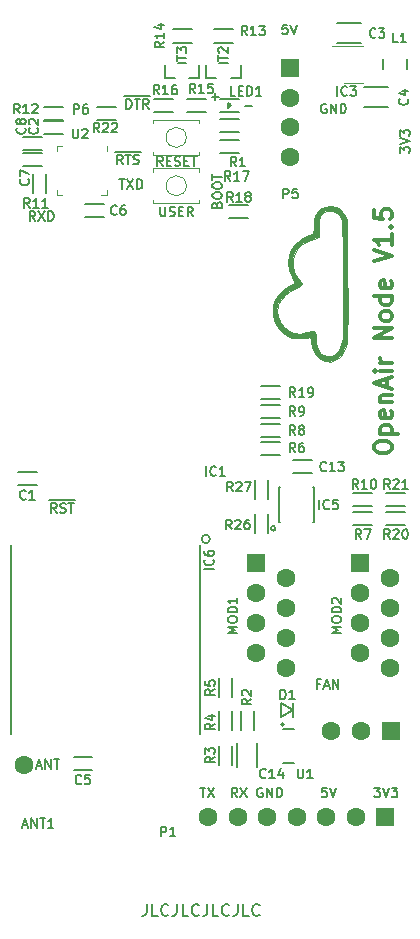
<source format=gbr>
G04 #@! TF.GenerationSoftware,KiCad,Pcbnew,(5.99.0-10229-ge8e7d13299)*
G04 #@! TF.CreationDate,2021-06-16T15:48:42+02:00*
G04 #@! TF.ProjectId,openair2-panelized,6f70656e-6169-4723-922d-70616e656c69,rev?*
G04 #@! TF.SameCoordinates,PX3473bc0PY1312d00*
G04 #@! TF.FileFunction,Legend,Top*
G04 #@! TF.FilePolarity,Positive*
%FSLAX46Y46*%
G04 Gerber Fmt 4.6, Leading zero omitted, Abs format (unit mm)*
G04 Created by KiCad (PCBNEW (5.99.0-10229-ge8e7d13299)) date 2021-06-16 15:48:42*
%MOMM*%
%LPD*%
G01*
G04 APERTURE LIST*
%ADD10C,0.150000*%
%ADD11C,0.300000*%
%ADD12C,0.120000*%
%ADD13C,0.010000*%
%ADD14C,0.200000*%
%ADD15R,1.600000X1.600000*%
%ADD16C,1.600000*%
G04 APERTURE END LIST*
D10*
X23395238Y-45407142D02*
X24004761Y-45407142D01*
X20595238Y-44657142D02*
X21204761Y-44657142D01*
X20900000Y-44961904D02*
X20900000Y-44352380D01*
X19600000Y-103161904D02*
X20057142Y-103161904D01*
X19828571Y-103961904D02*
X19828571Y-103161904D01*
X20247619Y-103161904D02*
X20780952Y-103961904D01*
X20780952Y-103161904D02*
X20247619Y-103961904D01*
X22761904Y-103961904D02*
X22495238Y-103580952D01*
X22304761Y-103961904D02*
X22304761Y-103161904D01*
X22609523Y-103161904D01*
X22685714Y-103200000D01*
X22723809Y-103238095D01*
X22761904Y-103314285D01*
X22761904Y-103428571D01*
X22723809Y-103504761D01*
X22685714Y-103542857D01*
X22609523Y-103580952D01*
X22304761Y-103580952D01*
X23028571Y-103161904D02*
X23561904Y-103961904D01*
X23561904Y-103161904D02*
X23028571Y-103961904D01*
X24895238Y-103200000D02*
X24819047Y-103161904D01*
X24704761Y-103161904D01*
X24590476Y-103200000D01*
X24514285Y-103276190D01*
X24476190Y-103352380D01*
X24438095Y-103504761D01*
X24438095Y-103619047D01*
X24476190Y-103771428D01*
X24514285Y-103847619D01*
X24590476Y-103923809D01*
X24704761Y-103961904D01*
X24780952Y-103961904D01*
X24895238Y-103923809D01*
X24933333Y-103885714D01*
X24933333Y-103619047D01*
X24780952Y-103619047D01*
X25276190Y-103961904D02*
X25276190Y-103161904D01*
X25733333Y-103961904D01*
X25733333Y-103161904D01*
X26114285Y-103961904D02*
X26114285Y-103161904D01*
X26304761Y-103161904D01*
X26419047Y-103200000D01*
X26495238Y-103276190D01*
X26533333Y-103352380D01*
X26571428Y-103504761D01*
X26571428Y-103619047D01*
X26533333Y-103771428D01*
X26495238Y-103847619D01*
X26419047Y-103923809D01*
X26304761Y-103961904D01*
X26114285Y-103961904D01*
X30342857Y-103161904D02*
X29961904Y-103161904D01*
X29923809Y-103542857D01*
X29961904Y-103504761D01*
X30038095Y-103466666D01*
X30228571Y-103466666D01*
X30304761Y-103504761D01*
X30342857Y-103542857D01*
X30380952Y-103619047D01*
X30380952Y-103809523D01*
X30342857Y-103885714D01*
X30304761Y-103923809D01*
X30228571Y-103961904D01*
X30038095Y-103961904D01*
X29961904Y-103923809D01*
X29923809Y-103885714D01*
X30609523Y-103161904D02*
X30876190Y-103961904D01*
X31142857Y-103161904D01*
X34380952Y-103161904D02*
X34876190Y-103161904D01*
X34609523Y-103466666D01*
X34723809Y-103466666D01*
X34800000Y-103504761D01*
X34838095Y-103542857D01*
X34876190Y-103619047D01*
X34876190Y-103809523D01*
X34838095Y-103885714D01*
X34800000Y-103923809D01*
X34723809Y-103961904D01*
X34495238Y-103961904D01*
X34419047Y-103923809D01*
X34380952Y-103885714D01*
X35104761Y-103161904D02*
X35371428Y-103961904D01*
X35638095Y-103161904D01*
X35828571Y-103161904D02*
X36323809Y-103161904D01*
X36057142Y-103466666D01*
X36171428Y-103466666D01*
X36247619Y-103504761D01*
X36285714Y-103542857D01*
X36323809Y-103619047D01*
X36323809Y-103809523D01*
X36285714Y-103885714D01*
X36247619Y-103923809D01*
X36171428Y-103961904D01*
X35942857Y-103961904D01*
X35866666Y-103923809D01*
X35828571Y-103885714D01*
X15080952Y-113002380D02*
X15080952Y-113716666D01*
X15033333Y-113859523D01*
X14938095Y-113954761D01*
X14795238Y-114002380D01*
X14700000Y-114002380D01*
X16033333Y-114002380D02*
X15557142Y-114002380D01*
X15557142Y-113002380D01*
X16938095Y-113907142D02*
X16890476Y-113954761D01*
X16747619Y-114002380D01*
X16652380Y-114002380D01*
X16509523Y-113954761D01*
X16414285Y-113859523D01*
X16366666Y-113764285D01*
X16319047Y-113573809D01*
X16319047Y-113430952D01*
X16366666Y-113240476D01*
X16414285Y-113145238D01*
X16509523Y-113050000D01*
X16652380Y-113002380D01*
X16747619Y-113002380D01*
X16890476Y-113050000D01*
X16938095Y-113097619D01*
X17652380Y-113002380D02*
X17652380Y-113716666D01*
X17604761Y-113859523D01*
X17509523Y-113954761D01*
X17366666Y-114002380D01*
X17271428Y-114002380D01*
X18604761Y-114002380D02*
X18128571Y-114002380D01*
X18128571Y-113002380D01*
X19509523Y-113907142D02*
X19461904Y-113954761D01*
X19319047Y-114002380D01*
X19223809Y-114002380D01*
X19080952Y-113954761D01*
X18985714Y-113859523D01*
X18938095Y-113764285D01*
X18890476Y-113573809D01*
X18890476Y-113430952D01*
X18938095Y-113240476D01*
X18985714Y-113145238D01*
X19080952Y-113050000D01*
X19223809Y-113002380D01*
X19319047Y-113002380D01*
X19461904Y-113050000D01*
X19509523Y-113097619D01*
X20223809Y-113002380D02*
X20223809Y-113716666D01*
X20176190Y-113859523D01*
X20080952Y-113954761D01*
X19938095Y-114002380D01*
X19842857Y-114002380D01*
X21176190Y-114002380D02*
X20700000Y-114002380D01*
X20700000Y-113002380D01*
X22080952Y-113907142D02*
X22033333Y-113954761D01*
X21890476Y-114002380D01*
X21795238Y-114002380D01*
X21652380Y-113954761D01*
X21557142Y-113859523D01*
X21509523Y-113764285D01*
X21461904Y-113573809D01*
X21461904Y-113430952D01*
X21509523Y-113240476D01*
X21557142Y-113145238D01*
X21652380Y-113050000D01*
X21795238Y-113002380D01*
X21890476Y-113002380D01*
X22033333Y-113050000D01*
X22080952Y-113097619D01*
X22795238Y-113002380D02*
X22795238Y-113716666D01*
X22747619Y-113859523D01*
X22652380Y-113954761D01*
X22509523Y-114002380D01*
X22414285Y-114002380D01*
X23747619Y-114002380D02*
X23271428Y-114002380D01*
X23271428Y-113002380D01*
X24652380Y-113907142D02*
X24604761Y-113954761D01*
X24461904Y-114002380D01*
X24366666Y-114002380D01*
X24223809Y-113954761D01*
X24128571Y-113859523D01*
X24080952Y-113764285D01*
X24033333Y-113573809D01*
X24033333Y-113430952D01*
X24080952Y-113240476D01*
X24128571Y-113145238D01*
X24223809Y-113050000D01*
X24366666Y-113002380D01*
X24461904Y-113002380D01*
X24604761Y-113050000D01*
X24652380Y-113097619D01*
D11*
X34363571Y-74464285D02*
X34363571Y-74178571D01*
X34435000Y-74035714D01*
X34577857Y-73892857D01*
X34863571Y-73821428D01*
X35363571Y-73821428D01*
X35649285Y-73892857D01*
X35792142Y-74035714D01*
X35863571Y-74178571D01*
X35863571Y-74464285D01*
X35792142Y-74607142D01*
X35649285Y-74750000D01*
X35363571Y-74821428D01*
X34863571Y-74821428D01*
X34577857Y-74750000D01*
X34435000Y-74607142D01*
X34363571Y-74464285D01*
X34863571Y-73178571D02*
X36363571Y-73178571D01*
X34935000Y-73178571D02*
X34863571Y-73035714D01*
X34863571Y-72750000D01*
X34935000Y-72607142D01*
X35006428Y-72535714D01*
X35149285Y-72464285D01*
X35577857Y-72464285D01*
X35720714Y-72535714D01*
X35792142Y-72607142D01*
X35863571Y-72750000D01*
X35863571Y-73035714D01*
X35792142Y-73178571D01*
X35792142Y-71250000D02*
X35863571Y-71392857D01*
X35863571Y-71678571D01*
X35792142Y-71821428D01*
X35649285Y-71892857D01*
X35077857Y-71892857D01*
X34935000Y-71821428D01*
X34863571Y-71678571D01*
X34863571Y-71392857D01*
X34935000Y-71250000D01*
X35077857Y-71178571D01*
X35220714Y-71178571D01*
X35363571Y-71892857D01*
X34863571Y-70535714D02*
X35863571Y-70535714D01*
X35006428Y-70535714D02*
X34935000Y-70464285D01*
X34863571Y-70321428D01*
X34863571Y-70107142D01*
X34935000Y-69964285D01*
X35077857Y-69892857D01*
X35863571Y-69892857D01*
X35435000Y-69250000D02*
X35435000Y-68535714D01*
X35863571Y-69392857D02*
X34363571Y-68892857D01*
X35863571Y-68392857D01*
X35863571Y-67892857D02*
X34863571Y-67892857D01*
X34363571Y-67892857D02*
X34435000Y-67964285D01*
X34506428Y-67892857D01*
X34435000Y-67821428D01*
X34363571Y-67892857D01*
X34506428Y-67892857D01*
X35863571Y-67178571D02*
X34863571Y-67178571D01*
X35149285Y-67178571D02*
X35006428Y-67107142D01*
X34935000Y-67035714D01*
X34863571Y-66892857D01*
X34863571Y-66750000D01*
X35863571Y-65107142D02*
X34363571Y-65107142D01*
X35863571Y-64250000D01*
X34363571Y-64250000D01*
X35863571Y-63321428D02*
X35792142Y-63464285D01*
X35720714Y-63535714D01*
X35577857Y-63607142D01*
X35149285Y-63607142D01*
X35006428Y-63535714D01*
X34935000Y-63464285D01*
X34863571Y-63321428D01*
X34863571Y-63107142D01*
X34935000Y-62964285D01*
X35006428Y-62892857D01*
X35149285Y-62821428D01*
X35577857Y-62821428D01*
X35720714Y-62892857D01*
X35792142Y-62964285D01*
X35863571Y-63107142D01*
X35863571Y-63321428D01*
X35863571Y-61535714D02*
X34363571Y-61535714D01*
X35792142Y-61535714D02*
X35863571Y-61678571D01*
X35863571Y-61964285D01*
X35792142Y-62107142D01*
X35720714Y-62178571D01*
X35577857Y-62250000D01*
X35149285Y-62250000D01*
X35006428Y-62178571D01*
X34935000Y-62107142D01*
X34863571Y-61964285D01*
X34863571Y-61678571D01*
X34935000Y-61535714D01*
X35792142Y-60250000D02*
X35863571Y-60392857D01*
X35863571Y-60678571D01*
X35792142Y-60821428D01*
X35649285Y-60892857D01*
X35077857Y-60892857D01*
X34935000Y-60821428D01*
X34863571Y-60678571D01*
X34863571Y-60392857D01*
X34935000Y-60250000D01*
X35077857Y-60178571D01*
X35220714Y-60178571D01*
X35363571Y-60892857D01*
X34363571Y-58607142D02*
X35863571Y-58107142D01*
X34363571Y-57607142D01*
X35863571Y-56321428D02*
X35863571Y-57178571D01*
X35863571Y-56750000D02*
X34363571Y-56750000D01*
X34577857Y-56892857D01*
X34720714Y-57035714D01*
X34792142Y-57178571D01*
X35720714Y-55678571D02*
X35792142Y-55607142D01*
X35863571Y-55678571D01*
X35792142Y-55750000D01*
X35720714Y-55678571D01*
X35863571Y-55678571D01*
X34363571Y-54250000D02*
X34363571Y-54964285D01*
X35077857Y-55035714D01*
X35006428Y-54964285D01*
X34935000Y-54821428D01*
X34935000Y-54464285D01*
X35006428Y-54321428D01*
X35077857Y-54250000D01*
X35220714Y-54178571D01*
X35577857Y-54178571D01*
X35720714Y-54250000D01*
X35792142Y-54321428D01*
X35863571Y-54464285D01*
X35863571Y-54821428D01*
X35792142Y-54964285D01*
X35720714Y-55035714D01*
D10*
X35685714Y-82061904D02*
X35419047Y-81680952D01*
X35228571Y-82061904D02*
X35228571Y-81261904D01*
X35533333Y-81261904D01*
X35609523Y-81300000D01*
X35647619Y-81338095D01*
X35685714Y-81414285D01*
X35685714Y-81528571D01*
X35647619Y-81604761D01*
X35609523Y-81642857D01*
X35533333Y-81680952D01*
X35228571Y-81680952D01*
X35990476Y-81338095D02*
X36028571Y-81300000D01*
X36104761Y-81261904D01*
X36295238Y-81261904D01*
X36371428Y-81300000D01*
X36409523Y-81338095D01*
X36447619Y-81414285D01*
X36447619Y-81490476D01*
X36409523Y-81604761D01*
X35952380Y-82061904D01*
X36447619Y-82061904D01*
X36942857Y-81261904D02*
X37019047Y-81261904D01*
X37095238Y-81300000D01*
X37133333Y-81338095D01*
X37171428Y-81414285D01*
X37209523Y-81566666D01*
X37209523Y-81757142D01*
X37171428Y-81909523D01*
X37133333Y-81985714D01*
X37095238Y-82023809D01*
X37019047Y-82061904D01*
X36942857Y-82061904D01*
X36866666Y-82023809D01*
X36828571Y-81985714D01*
X36790476Y-81909523D01*
X36752380Y-81757142D01*
X36752380Y-81566666D01*
X36790476Y-81414285D01*
X36828571Y-81338095D01*
X36866666Y-81300000D01*
X36942857Y-81261904D01*
X13195238Y-44636000D02*
X13995238Y-44636000D01*
X13385714Y-45661904D02*
X13385714Y-44861904D01*
X13576190Y-44861904D01*
X13690476Y-44900000D01*
X13766666Y-44976190D01*
X13804761Y-45052380D01*
X13842857Y-45204761D01*
X13842857Y-45319047D01*
X13804761Y-45471428D01*
X13766666Y-45547619D01*
X13690476Y-45623809D01*
X13576190Y-45661904D01*
X13385714Y-45661904D01*
X13995238Y-44636000D02*
X14604761Y-44636000D01*
X14071428Y-44861904D02*
X14528571Y-44861904D01*
X14300000Y-45661904D02*
X14300000Y-44861904D01*
X14604761Y-44636000D02*
X15404761Y-44636000D01*
X15252380Y-45661904D02*
X14985714Y-45280952D01*
X14795238Y-45661904D02*
X14795238Y-44861904D01*
X15100000Y-44861904D01*
X15176190Y-44900000D01*
X15214285Y-44938095D01*
X15252380Y-45014285D01*
X15252380Y-45128571D01*
X15214285Y-45204761D01*
X15176190Y-45242857D01*
X15100000Y-45280952D01*
X14795238Y-45280952D01*
X22666666Y-50561904D02*
X22400000Y-50180952D01*
X22209523Y-50561904D02*
X22209523Y-49761904D01*
X22514285Y-49761904D01*
X22590476Y-49800000D01*
X22628571Y-49838095D01*
X22666666Y-49914285D01*
X22666666Y-50028571D01*
X22628571Y-50104761D01*
X22590476Y-50142857D01*
X22514285Y-50180952D01*
X22209523Y-50180952D01*
X23428571Y-50561904D02*
X22971428Y-50561904D01*
X23200000Y-50561904D02*
X23200000Y-49761904D01*
X23123809Y-49876190D01*
X23047619Y-49952380D01*
X22971428Y-49990476D01*
X4604761Y-106333333D02*
X4985714Y-106333333D01*
X4528571Y-106561904D02*
X4795238Y-105761904D01*
X5061904Y-106561904D01*
X5328571Y-106561904D02*
X5328571Y-105761904D01*
X5785714Y-106561904D01*
X5785714Y-105761904D01*
X6052380Y-105761904D02*
X6509523Y-105761904D01*
X6280952Y-106561904D02*
X6280952Y-105761904D01*
X7195238Y-106561904D02*
X6738095Y-106561904D01*
X6966666Y-106561904D02*
X6966666Y-105761904D01*
X6890476Y-105876190D01*
X6814285Y-105952380D01*
X6738095Y-105990476D01*
X4866666Y-78685714D02*
X4828571Y-78723809D01*
X4714285Y-78761904D01*
X4638095Y-78761904D01*
X4523809Y-78723809D01*
X4447619Y-78647619D01*
X4409523Y-78571428D01*
X4371428Y-78419047D01*
X4371428Y-78304761D01*
X4409523Y-78152380D01*
X4447619Y-78076190D01*
X4523809Y-78000000D01*
X4638095Y-77961904D01*
X4714285Y-77961904D01*
X4828571Y-78000000D01*
X4866666Y-78038095D01*
X5628571Y-78761904D02*
X5171428Y-78761904D01*
X5400000Y-78761904D02*
X5400000Y-77961904D01*
X5323809Y-78076190D01*
X5247619Y-78152380D01*
X5171428Y-78190476D01*
X29752380Y-94342857D02*
X29485714Y-94342857D01*
X29485714Y-94761904D02*
X29485714Y-93961904D01*
X29866666Y-93961904D01*
X30133333Y-94533333D02*
X30514285Y-94533333D01*
X30057142Y-94761904D02*
X30323809Y-93961904D01*
X30590476Y-94761904D01*
X30857142Y-94761904D02*
X30857142Y-93961904D01*
X31314285Y-94761904D01*
X31314285Y-93961904D01*
X16438095Y-50511904D02*
X16171428Y-50130952D01*
X15980952Y-50511904D02*
X15980952Y-49711904D01*
X16285714Y-49711904D01*
X16361904Y-49750000D01*
X16400000Y-49788095D01*
X16438095Y-49864285D01*
X16438095Y-49978571D01*
X16400000Y-50054761D01*
X16361904Y-50092857D01*
X16285714Y-50130952D01*
X15980952Y-50130952D01*
X16780952Y-50092857D02*
X17047619Y-50092857D01*
X17161904Y-50511904D02*
X16780952Y-50511904D01*
X16780952Y-49711904D01*
X17161904Y-49711904D01*
X17466666Y-50473809D02*
X17580952Y-50511904D01*
X17771428Y-50511904D01*
X17847619Y-50473809D01*
X17885714Y-50435714D01*
X17923809Y-50359523D01*
X17923809Y-50283333D01*
X17885714Y-50207142D01*
X17847619Y-50169047D01*
X17771428Y-50130952D01*
X17619047Y-50092857D01*
X17542857Y-50054761D01*
X17504761Y-50016666D01*
X17466666Y-49940476D01*
X17466666Y-49864285D01*
X17504761Y-49788095D01*
X17542857Y-49750000D01*
X17619047Y-49711904D01*
X17809523Y-49711904D01*
X17923809Y-49750000D01*
X18266666Y-50092857D02*
X18533333Y-50092857D01*
X18647619Y-50511904D02*
X18266666Y-50511904D01*
X18266666Y-49711904D01*
X18647619Y-49711904D01*
X18876190Y-49711904D02*
X19333333Y-49711904D01*
X19104761Y-50511904D02*
X19104761Y-49711904D01*
X20861904Y-97733333D02*
X20480952Y-98000000D01*
X20861904Y-98190476D02*
X20061904Y-98190476D01*
X20061904Y-97885714D01*
X20100000Y-97809523D01*
X20138095Y-97771428D01*
X20214285Y-97733333D01*
X20328571Y-97733333D01*
X20404761Y-97771428D01*
X20442857Y-97809523D01*
X20480952Y-97885714D01*
X20480952Y-98190476D01*
X20328571Y-97047619D02*
X20861904Y-97047619D01*
X20023809Y-97238095D02*
X20595238Y-97428571D01*
X20595238Y-96933333D01*
X9566666Y-102785714D02*
X9528571Y-102823809D01*
X9414285Y-102861904D01*
X9338095Y-102861904D01*
X9223809Y-102823809D01*
X9147619Y-102747619D01*
X9109523Y-102671428D01*
X9071428Y-102519047D01*
X9071428Y-102404761D01*
X9109523Y-102252380D01*
X9147619Y-102176190D01*
X9223809Y-102100000D01*
X9338095Y-102061904D01*
X9414285Y-102061904D01*
X9528571Y-102100000D01*
X9566666Y-102138095D01*
X10290476Y-102061904D02*
X9909523Y-102061904D01*
X9871428Y-102442857D01*
X9909523Y-102404761D01*
X9985714Y-102366666D01*
X10176190Y-102366666D01*
X10252380Y-102404761D01*
X10290476Y-102442857D01*
X10328571Y-102519047D01*
X10328571Y-102709523D01*
X10290476Y-102785714D01*
X10252380Y-102823809D01*
X10176190Y-102861904D01*
X9985714Y-102861904D01*
X9909523Y-102823809D01*
X9871428Y-102785714D01*
X36561904Y-49390476D02*
X36561904Y-48895238D01*
X36866666Y-49161904D01*
X36866666Y-49047619D01*
X36904761Y-48971428D01*
X36942857Y-48933333D01*
X37019047Y-48895238D01*
X37209523Y-48895238D01*
X37285714Y-48933333D01*
X37323809Y-48971428D01*
X37361904Y-49047619D01*
X37361904Y-49276190D01*
X37323809Y-49352380D01*
X37285714Y-49390476D01*
X36561904Y-48666666D02*
X37361904Y-48400000D01*
X36561904Y-48133333D01*
X36561904Y-47942857D02*
X36561904Y-47447619D01*
X36866666Y-47714285D01*
X36866666Y-47600000D01*
X36904761Y-47523809D01*
X36942857Y-47485714D01*
X37019047Y-47447619D01*
X37209523Y-47447619D01*
X37285714Y-47485714D01*
X37323809Y-47523809D01*
X37361904Y-47600000D01*
X37361904Y-47828571D01*
X37323809Y-47904761D01*
X37285714Y-47942857D01*
X12566666Y-54585714D02*
X12528571Y-54623809D01*
X12414285Y-54661904D01*
X12338095Y-54661904D01*
X12223809Y-54623809D01*
X12147619Y-54547619D01*
X12109523Y-54471428D01*
X12071428Y-54319047D01*
X12071428Y-54204761D01*
X12109523Y-54052380D01*
X12147619Y-53976190D01*
X12223809Y-53900000D01*
X12338095Y-53861904D01*
X12414285Y-53861904D01*
X12528571Y-53900000D01*
X12566666Y-53938095D01*
X13252380Y-53861904D02*
X13100000Y-53861904D01*
X13023809Y-53900000D01*
X12985714Y-53938095D01*
X12909523Y-54052380D01*
X12871428Y-54204761D01*
X12871428Y-54509523D01*
X12909523Y-54585714D01*
X12947619Y-54623809D01*
X13023809Y-54661904D01*
X13176190Y-54661904D01*
X13252380Y-54623809D01*
X13290476Y-54585714D01*
X13328571Y-54509523D01*
X13328571Y-54319047D01*
X13290476Y-54242857D01*
X13252380Y-54204761D01*
X13176190Y-54166666D01*
X13023809Y-54166666D01*
X12947619Y-54204761D01*
X12909523Y-54242857D01*
X12871428Y-54319047D01*
X23585714Y-39461904D02*
X23319047Y-39080952D01*
X23128571Y-39461904D02*
X23128571Y-38661904D01*
X23433333Y-38661904D01*
X23509523Y-38700000D01*
X23547619Y-38738095D01*
X23585714Y-38814285D01*
X23585714Y-38928571D01*
X23547619Y-39004761D01*
X23509523Y-39042857D01*
X23433333Y-39080952D01*
X23128571Y-39080952D01*
X24347619Y-39461904D02*
X23890476Y-39461904D01*
X24119047Y-39461904D02*
X24119047Y-38661904D01*
X24042857Y-38776190D01*
X23966666Y-38852380D01*
X23890476Y-38890476D01*
X24614285Y-38661904D02*
X25109523Y-38661904D01*
X24842857Y-38966666D01*
X24957142Y-38966666D01*
X25033333Y-39004761D01*
X25071428Y-39042857D01*
X25109523Y-39119047D01*
X25109523Y-39309523D01*
X25071428Y-39385714D01*
X25033333Y-39423809D01*
X24957142Y-39461904D01*
X24728571Y-39461904D01*
X24652380Y-39423809D01*
X24614285Y-39385714D01*
X27666666Y-74761904D02*
X27400000Y-74380952D01*
X27209523Y-74761904D02*
X27209523Y-73961904D01*
X27514285Y-73961904D01*
X27590476Y-74000000D01*
X27628571Y-74038095D01*
X27666666Y-74114285D01*
X27666666Y-74228571D01*
X27628571Y-74304761D01*
X27590476Y-74342857D01*
X27514285Y-74380952D01*
X27209523Y-74380952D01*
X28352380Y-73961904D02*
X28200000Y-73961904D01*
X28123809Y-74000000D01*
X28085714Y-74038095D01*
X28009523Y-74152380D01*
X27971428Y-74304761D01*
X27971428Y-74609523D01*
X28009523Y-74685714D01*
X28047619Y-74723809D01*
X28123809Y-74761904D01*
X28276190Y-74761904D01*
X28352380Y-74723809D01*
X28390476Y-74685714D01*
X28428571Y-74609523D01*
X28428571Y-74419047D01*
X28390476Y-74342857D01*
X28352380Y-74304761D01*
X28276190Y-74266666D01*
X28123809Y-74266666D01*
X28047619Y-74304761D01*
X28009523Y-74342857D01*
X27971428Y-74419047D01*
X22604761Y-44561904D02*
X22223809Y-44561904D01*
X22223809Y-43761904D01*
X22871428Y-44142857D02*
X23138095Y-44142857D01*
X23252380Y-44561904D02*
X22871428Y-44561904D01*
X22871428Y-43761904D01*
X23252380Y-43761904D01*
X23595238Y-44561904D02*
X23595238Y-43761904D01*
X23785714Y-43761904D01*
X23900000Y-43800000D01*
X23976190Y-43876190D01*
X24014285Y-43952380D01*
X24052380Y-44104761D01*
X24052380Y-44219047D01*
X24014285Y-44371428D01*
X23976190Y-44447619D01*
X23900000Y-44523809D01*
X23785714Y-44561904D01*
X23595238Y-44561904D01*
X24814285Y-44561904D02*
X24357142Y-44561904D01*
X24585714Y-44561904D02*
X24585714Y-43761904D01*
X24509523Y-43876190D01*
X24433333Y-43952380D01*
X24357142Y-43990476D01*
X23961904Y-95633333D02*
X23580952Y-95900000D01*
X23961904Y-96090476D02*
X23161904Y-96090476D01*
X23161904Y-95785714D01*
X23200000Y-95709523D01*
X23238095Y-95671428D01*
X23314285Y-95633333D01*
X23428571Y-95633333D01*
X23504761Y-95671428D01*
X23542857Y-95709523D01*
X23580952Y-95785714D01*
X23580952Y-96090476D01*
X23238095Y-95328571D02*
X23200000Y-95290476D01*
X23161904Y-95214285D01*
X23161904Y-95023809D01*
X23200000Y-94947619D01*
X23238095Y-94909523D01*
X23314285Y-94871428D01*
X23390476Y-94871428D01*
X23504761Y-94909523D01*
X23961904Y-95366666D01*
X23961904Y-94871428D01*
X4335714Y-46061904D02*
X4069047Y-45680952D01*
X3878571Y-46061904D02*
X3878571Y-45261904D01*
X4183333Y-45261904D01*
X4259523Y-45300000D01*
X4297619Y-45338095D01*
X4335714Y-45414285D01*
X4335714Y-45528571D01*
X4297619Y-45604761D01*
X4259523Y-45642857D01*
X4183333Y-45680952D01*
X3878571Y-45680952D01*
X5097619Y-46061904D02*
X4640476Y-46061904D01*
X4869047Y-46061904D02*
X4869047Y-45261904D01*
X4792857Y-45376190D01*
X4716666Y-45452380D01*
X4640476Y-45490476D01*
X5402380Y-45338095D02*
X5440476Y-45300000D01*
X5516666Y-45261904D01*
X5707142Y-45261904D01*
X5783333Y-45300000D01*
X5821428Y-45338095D01*
X5859523Y-45414285D01*
X5859523Y-45490476D01*
X5821428Y-45604761D01*
X5364285Y-46061904D01*
X5859523Y-46061904D01*
X4785714Y-47283333D02*
X4823809Y-47321428D01*
X4861904Y-47435714D01*
X4861904Y-47511904D01*
X4823809Y-47626190D01*
X4747619Y-47702380D01*
X4671428Y-47740476D01*
X4519047Y-47778571D01*
X4404761Y-47778571D01*
X4252380Y-47740476D01*
X4176190Y-47702380D01*
X4100000Y-47626190D01*
X4061904Y-47511904D01*
X4061904Y-47435714D01*
X4100000Y-47321428D01*
X4138095Y-47283333D01*
X4404761Y-46826190D02*
X4366666Y-46902380D01*
X4328571Y-46940476D01*
X4252380Y-46978571D01*
X4214285Y-46978571D01*
X4138095Y-46940476D01*
X4100000Y-46902380D01*
X4061904Y-46826190D01*
X4061904Y-46673809D01*
X4100000Y-46597619D01*
X4138095Y-46559523D01*
X4214285Y-46521428D01*
X4252380Y-46521428D01*
X4328571Y-46559523D01*
X4366666Y-46597619D01*
X4404761Y-46673809D01*
X4404761Y-46826190D01*
X4442857Y-46902380D01*
X4480952Y-46940476D01*
X4557142Y-46978571D01*
X4709523Y-46978571D01*
X4785714Y-46940476D01*
X4823809Y-46902380D01*
X4861904Y-46826190D01*
X4861904Y-46673809D01*
X4823809Y-46597619D01*
X4785714Y-46559523D01*
X4709523Y-46521428D01*
X4557142Y-46521428D01*
X4480952Y-46559523D01*
X4442857Y-46597619D01*
X4404761Y-46673809D01*
X21042857Y-53785714D02*
X21080952Y-53671428D01*
X21119047Y-53633333D01*
X21195238Y-53595238D01*
X21309523Y-53595238D01*
X21385714Y-53633333D01*
X21423809Y-53671428D01*
X21461904Y-53747619D01*
X21461904Y-54052380D01*
X20661904Y-54052380D01*
X20661904Y-53785714D01*
X20700000Y-53709523D01*
X20738095Y-53671428D01*
X20814285Y-53633333D01*
X20890476Y-53633333D01*
X20966666Y-53671428D01*
X21004761Y-53709523D01*
X21042857Y-53785714D01*
X21042857Y-54052380D01*
X20661904Y-53100000D02*
X20661904Y-52947619D01*
X20700000Y-52871428D01*
X20776190Y-52795238D01*
X20928571Y-52757142D01*
X21195238Y-52757142D01*
X21347619Y-52795238D01*
X21423809Y-52871428D01*
X21461904Y-52947619D01*
X21461904Y-53100000D01*
X21423809Y-53176190D01*
X21347619Y-53252380D01*
X21195238Y-53290476D01*
X20928571Y-53290476D01*
X20776190Y-53252380D01*
X20700000Y-53176190D01*
X20661904Y-53100000D01*
X20661904Y-52261904D02*
X20661904Y-52109523D01*
X20700000Y-52033333D01*
X20776190Y-51957142D01*
X20928571Y-51919047D01*
X21195238Y-51919047D01*
X21347619Y-51957142D01*
X21423809Y-52033333D01*
X21461904Y-52109523D01*
X21461904Y-52261904D01*
X21423809Y-52338095D01*
X21347619Y-52414285D01*
X21195238Y-52452380D01*
X20928571Y-52452380D01*
X20776190Y-52414285D01*
X20700000Y-52338095D01*
X20661904Y-52261904D01*
X20661904Y-51690476D02*
X20661904Y-51233333D01*
X21461904Y-51461904D02*
X20661904Y-51461904D01*
X26997619Y-38561904D02*
X26616666Y-38561904D01*
X26578571Y-38942857D01*
X26616666Y-38904761D01*
X26692857Y-38866666D01*
X26883333Y-38866666D01*
X26959523Y-38904761D01*
X26997619Y-38942857D01*
X27035714Y-39019047D01*
X27035714Y-39209523D01*
X26997619Y-39285714D01*
X26959523Y-39323809D01*
X26883333Y-39361904D01*
X26692857Y-39361904D01*
X26616666Y-39323809D01*
X26578571Y-39285714D01*
X27264285Y-38561904D02*
X27530952Y-39361904D01*
X27797619Y-38561904D01*
X36366666Y-40061904D02*
X35985714Y-40061904D01*
X35985714Y-39261904D01*
X37052380Y-40061904D02*
X36595238Y-40061904D01*
X36823809Y-40061904D02*
X36823809Y-39261904D01*
X36747619Y-39376190D01*
X36671428Y-39452380D01*
X36595238Y-39490476D01*
X5785714Y-101333333D02*
X6166666Y-101333333D01*
X5709523Y-101561904D02*
X5976190Y-100761904D01*
X6242857Y-101561904D01*
X6509523Y-101561904D02*
X6509523Y-100761904D01*
X6966666Y-101561904D01*
X6966666Y-100761904D01*
X7233333Y-100761904D02*
X7690476Y-100761904D01*
X7461904Y-101561904D02*
X7461904Y-100761904D01*
X5085714Y-51633333D02*
X5123809Y-51671428D01*
X5161904Y-51785714D01*
X5161904Y-51861904D01*
X5123809Y-51976190D01*
X5047619Y-52052380D01*
X4971428Y-52090476D01*
X4819047Y-52128571D01*
X4704761Y-52128571D01*
X4552380Y-52090476D01*
X4476190Y-52052380D01*
X4400000Y-51976190D01*
X4361904Y-51861904D01*
X4361904Y-51785714D01*
X4400000Y-51671428D01*
X4438095Y-51633333D01*
X4361904Y-51366666D02*
X4361904Y-50833333D01*
X5161904Y-51176190D01*
X27890476Y-101561904D02*
X27890476Y-102209523D01*
X27928571Y-102285714D01*
X27966666Y-102323809D01*
X28042857Y-102361904D01*
X28195238Y-102361904D01*
X28271428Y-102323809D01*
X28309523Y-102285714D01*
X28347619Y-102209523D01*
X28347619Y-101561904D01*
X29147619Y-102361904D02*
X28690476Y-102361904D01*
X28919047Y-102361904D02*
X28919047Y-101561904D01*
X28842857Y-101676190D01*
X28766666Y-101752380D01*
X28690476Y-101790476D01*
X11085714Y-47661904D02*
X10819047Y-47280952D01*
X10628571Y-47661904D02*
X10628571Y-46861904D01*
X10933333Y-46861904D01*
X11009523Y-46900000D01*
X11047619Y-46938095D01*
X11085714Y-47014285D01*
X11085714Y-47128571D01*
X11047619Y-47204761D01*
X11009523Y-47242857D01*
X10933333Y-47280952D01*
X10628571Y-47280952D01*
X11390476Y-46938095D02*
X11428571Y-46900000D01*
X11504761Y-46861904D01*
X11695238Y-46861904D01*
X11771428Y-46900000D01*
X11809523Y-46938095D01*
X11847619Y-47014285D01*
X11847619Y-47090476D01*
X11809523Y-47204761D01*
X11352380Y-47661904D01*
X11847619Y-47661904D01*
X12152380Y-46938095D02*
X12190476Y-46900000D01*
X12266666Y-46861904D01*
X12457142Y-46861904D01*
X12533333Y-46900000D01*
X12571428Y-46938095D01*
X12609523Y-47014285D01*
X12609523Y-47090476D01*
X12571428Y-47204761D01*
X12114285Y-47661904D01*
X12609523Y-47661904D01*
X22185714Y-51761904D02*
X21919047Y-51380952D01*
X21728571Y-51761904D02*
X21728571Y-50961904D01*
X22033333Y-50961904D01*
X22109523Y-51000000D01*
X22147619Y-51038095D01*
X22185714Y-51114285D01*
X22185714Y-51228571D01*
X22147619Y-51304761D01*
X22109523Y-51342857D01*
X22033333Y-51380952D01*
X21728571Y-51380952D01*
X22947619Y-51761904D02*
X22490476Y-51761904D01*
X22719047Y-51761904D02*
X22719047Y-50961904D01*
X22642857Y-51076190D01*
X22566666Y-51152380D01*
X22490476Y-51190476D01*
X23214285Y-50961904D02*
X23747619Y-50961904D01*
X23404761Y-51761904D01*
X27666666Y-73261904D02*
X27400000Y-72880952D01*
X27209523Y-73261904D02*
X27209523Y-72461904D01*
X27514285Y-72461904D01*
X27590476Y-72500000D01*
X27628571Y-72538095D01*
X27666666Y-72614285D01*
X27666666Y-72728571D01*
X27628571Y-72804761D01*
X27590476Y-72842857D01*
X27514285Y-72880952D01*
X27209523Y-72880952D01*
X28123809Y-72804761D02*
X28047619Y-72766666D01*
X28009523Y-72728571D01*
X27971428Y-72652380D01*
X27971428Y-72614285D01*
X28009523Y-72538095D01*
X28047619Y-72500000D01*
X28123809Y-72461904D01*
X28276190Y-72461904D01*
X28352380Y-72500000D01*
X28390476Y-72538095D01*
X28428571Y-72614285D01*
X28428571Y-72652380D01*
X28390476Y-72728571D01*
X28352380Y-72766666D01*
X28276190Y-72804761D01*
X28123809Y-72804761D01*
X28047619Y-72842857D01*
X28009523Y-72880952D01*
X27971428Y-72957142D01*
X27971428Y-73109523D01*
X28009523Y-73185714D01*
X28047619Y-73223809D01*
X28123809Y-73261904D01*
X28276190Y-73261904D01*
X28352380Y-73223809D01*
X28390476Y-73185714D01*
X28428571Y-73109523D01*
X28428571Y-72957142D01*
X28390476Y-72880952D01*
X28352380Y-72842857D01*
X28276190Y-72804761D01*
X17661904Y-41609523D02*
X17661904Y-41152380D01*
X18461904Y-41380952D02*
X17661904Y-41380952D01*
X17661904Y-40961904D02*
X17661904Y-40466666D01*
X17966666Y-40733333D01*
X17966666Y-40619047D01*
X18004761Y-40542857D01*
X18042857Y-40504761D01*
X18119047Y-40466666D01*
X18309523Y-40466666D01*
X18385714Y-40504761D01*
X18423809Y-40542857D01*
X18461904Y-40619047D01*
X18461904Y-40847619D01*
X18423809Y-40923809D01*
X18385714Y-40961904D01*
X34466666Y-39585714D02*
X34428571Y-39623809D01*
X34314285Y-39661904D01*
X34238095Y-39661904D01*
X34123809Y-39623809D01*
X34047619Y-39547619D01*
X34009523Y-39471428D01*
X33971428Y-39319047D01*
X33971428Y-39204761D01*
X34009523Y-39052380D01*
X34047619Y-38976190D01*
X34123809Y-38900000D01*
X34238095Y-38861904D01*
X34314285Y-38861904D01*
X34428571Y-38900000D01*
X34466666Y-38938095D01*
X34733333Y-38861904D02*
X35228571Y-38861904D01*
X34961904Y-39166666D01*
X35076190Y-39166666D01*
X35152380Y-39204761D01*
X35190476Y-39242857D01*
X35228571Y-39319047D01*
X35228571Y-39509523D01*
X35190476Y-39585714D01*
X35152380Y-39623809D01*
X35076190Y-39661904D01*
X34847619Y-39661904D01*
X34771428Y-39623809D01*
X34733333Y-39585714D01*
X31219047Y-44561904D02*
X31219047Y-43761904D01*
X32057142Y-44485714D02*
X32019047Y-44523809D01*
X31904761Y-44561904D01*
X31828571Y-44561904D01*
X31714285Y-44523809D01*
X31638095Y-44447619D01*
X31600000Y-44371428D01*
X31561904Y-44219047D01*
X31561904Y-44104761D01*
X31600000Y-43952380D01*
X31638095Y-43876190D01*
X31714285Y-43800000D01*
X31828571Y-43761904D01*
X31904761Y-43761904D01*
X32019047Y-43800000D01*
X32057142Y-43838095D01*
X32323809Y-43761904D02*
X32819047Y-43761904D01*
X32552380Y-44066666D01*
X32666666Y-44066666D01*
X32742857Y-44104761D01*
X32780952Y-44142857D01*
X32819047Y-44219047D01*
X32819047Y-44409523D01*
X32780952Y-44485714D01*
X32742857Y-44523809D01*
X32666666Y-44561904D01*
X32438095Y-44561904D01*
X32361904Y-44523809D01*
X32323809Y-44485714D01*
X30285714Y-76285714D02*
X30247619Y-76323809D01*
X30133333Y-76361904D01*
X30057142Y-76361904D01*
X29942857Y-76323809D01*
X29866666Y-76247619D01*
X29828571Y-76171428D01*
X29790476Y-76019047D01*
X29790476Y-75904761D01*
X29828571Y-75752380D01*
X29866666Y-75676190D01*
X29942857Y-75600000D01*
X30057142Y-75561904D01*
X30133333Y-75561904D01*
X30247619Y-75600000D01*
X30285714Y-75638095D01*
X31047619Y-76361904D02*
X30590476Y-76361904D01*
X30819047Y-76361904D02*
X30819047Y-75561904D01*
X30742857Y-75676190D01*
X30666666Y-75752380D01*
X30590476Y-75790476D01*
X31314285Y-75561904D02*
X31809523Y-75561904D01*
X31542857Y-75866666D01*
X31657142Y-75866666D01*
X31733333Y-75904761D01*
X31771428Y-75942857D01*
X31809523Y-76019047D01*
X31809523Y-76209523D01*
X31771428Y-76285714D01*
X31733333Y-76323809D01*
X31657142Y-76361904D01*
X31428571Y-76361904D01*
X31352380Y-76323809D01*
X31314285Y-76285714D01*
X35685714Y-77861904D02*
X35419047Y-77480952D01*
X35228571Y-77861904D02*
X35228571Y-77061904D01*
X35533333Y-77061904D01*
X35609523Y-77100000D01*
X35647619Y-77138095D01*
X35685714Y-77214285D01*
X35685714Y-77328571D01*
X35647619Y-77404761D01*
X35609523Y-77442857D01*
X35533333Y-77480952D01*
X35228571Y-77480952D01*
X35990476Y-77138095D02*
X36028571Y-77100000D01*
X36104761Y-77061904D01*
X36295238Y-77061904D01*
X36371428Y-77100000D01*
X36409523Y-77138095D01*
X36447619Y-77214285D01*
X36447619Y-77290476D01*
X36409523Y-77404761D01*
X35952380Y-77861904D01*
X36447619Y-77861904D01*
X37209523Y-77861904D02*
X36752380Y-77861904D01*
X36980952Y-77861904D02*
X36980952Y-77061904D01*
X36904761Y-77176190D01*
X36828571Y-77252380D01*
X36752380Y-77290476D01*
X27666666Y-71661904D02*
X27400000Y-71280952D01*
X27209523Y-71661904D02*
X27209523Y-70861904D01*
X27514285Y-70861904D01*
X27590476Y-70900000D01*
X27628571Y-70938095D01*
X27666666Y-71014285D01*
X27666666Y-71128571D01*
X27628571Y-71204761D01*
X27590476Y-71242857D01*
X27514285Y-71280952D01*
X27209523Y-71280952D01*
X28047619Y-71661904D02*
X28200000Y-71661904D01*
X28276190Y-71623809D01*
X28314285Y-71585714D01*
X28390476Y-71471428D01*
X28428571Y-71319047D01*
X28428571Y-71014285D01*
X28390476Y-70938095D01*
X28352380Y-70900000D01*
X28276190Y-70861904D01*
X28123809Y-70861904D01*
X28047619Y-70900000D01*
X28009523Y-70938095D01*
X27971428Y-71014285D01*
X27971428Y-71204761D01*
X28009523Y-71280952D01*
X28047619Y-71319047D01*
X28123809Y-71357142D01*
X28276190Y-71357142D01*
X28352380Y-71319047D01*
X28390476Y-71280952D01*
X28428571Y-71204761D01*
X20761904Y-84680952D02*
X19961904Y-84680952D01*
X20685714Y-83842857D02*
X20723809Y-83880952D01*
X20761904Y-83995238D01*
X20761904Y-84071428D01*
X20723809Y-84185714D01*
X20647619Y-84261904D01*
X20571428Y-84300000D01*
X20419047Y-84338095D01*
X20304761Y-84338095D01*
X20152380Y-84300000D01*
X20076190Y-84261904D01*
X20000000Y-84185714D01*
X19961904Y-84071428D01*
X19961904Y-83995238D01*
X20000000Y-83880952D01*
X20038095Y-83842857D01*
X19961904Y-83157142D02*
X19961904Y-83309523D01*
X20000000Y-83385714D01*
X20038095Y-83423809D01*
X20152380Y-83500000D01*
X20304761Y-83538095D01*
X20609523Y-83538095D01*
X20685714Y-83500000D01*
X20723809Y-83461904D01*
X20761904Y-83385714D01*
X20761904Y-83233333D01*
X20723809Y-83157142D01*
X20685714Y-83119047D01*
X20609523Y-83080952D01*
X20419047Y-83080952D01*
X20342857Y-83119047D01*
X20304761Y-83157142D01*
X20266666Y-83233333D01*
X20266666Y-83385714D01*
X20304761Y-83461904D01*
X20342857Y-83500000D01*
X20419047Y-83538095D01*
X27685714Y-70061904D02*
X27419047Y-69680952D01*
X27228571Y-70061904D02*
X27228571Y-69261904D01*
X27533333Y-69261904D01*
X27609523Y-69300000D01*
X27647619Y-69338095D01*
X27685714Y-69414285D01*
X27685714Y-69528571D01*
X27647619Y-69604761D01*
X27609523Y-69642857D01*
X27533333Y-69680952D01*
X27228571Y-69680952D01*
X28447619Y-70061904D02*
X27990476Y-70061904D01*
X28219047Y-70061904D02*
X28219047Y-69261904D01*
X28142857Y-69376190D01*
X28066666Y-69452380D01*
X27990476Y-69490476D01*
X28828571Y-70061904D02*
X28980952Y-70061904D01*
X29057142Y-70023809D01*
X29095238Y-69985714D01*
X29171428Y-69871428D01*
X29209523Y-69719047D01*
X29209523Y-69414285D01*
X29171428Y-69338095D01*
X29133333Y-69300000D01*
X29057142Y-69261904D01*
X28904761Y-69261904D01*
X28828571Y-69300000D01*
X28790476Y-69338095D01*
X28752380Y-69414285D01*
X28752380Y-69604761D01*
X28790476Y-69680952D01*
X28828571Y-69719047D01*
X28904761Y-69757142D01*
X29057142Y-69757142D01*
X29133333Y-69719047D01*
X29171428Y-69680952D01*
X29209523Y-69604761D01*
X20861904Y-94833333D02*
X20480952Y-95100000D01*
X20861904Y-95290476D02*
X20061904Y-95290476D01*
X20061904Y-94985714D01*
X20100000Y-94909523D01*
X20138095Y-94871428D01*
X20214285Y-94833333D01*
X20328571Y-94833333D01*
X20404761Y-94871428D01*
X20442857Y-94909523D01*
X20480952Y-94985714D01*
X20480952Y-95290476D01*
X20061904Y-94109523D02*
X20061904Y-94490476D01*
X20442857Y-94528571D01*
X20404761Y-94490476D01*
X20366666Y-94414285D01*
X20366666Y-94223809D01*
X20404761Y-94147619D01*
X20442857Y-94109523D01*
X20519047Y-94071428D01*
X20709523Y-94071428D01*
X20785714Y-94109523D01*
X20823809Y-94147619D01*
X20861904Y-94223809D01*
X20861904Y-94414285D01*
X20823809Y-94490476D01*
X20785714Y-94528571D01*
X16228571Y-53961904D02*
X16228571Y-54609523D01*
X16266666Y-54685714D01*
X16304761Y-54723809D01*
X16380952Y-54761904D01*
X16533333Y-54761904D01*
X16609523Y-54723809D01*
X16647619Y-54685714D01*
X16685714Y-54609523D01*
X16685714Y-53961904D01*
X17028571Y-54723809D02*
X17142857Y-54761904D01*
X17333333Y-54761904D01*
X17409523Y-54723809D01*
X17447619Y-54685714D01*
X17485714Y-54609523D01*
X17485714Y-54533333D01*
X17447619Y-54457142D01*
X17409523Y-54419047D01*
X17333333Y-54380952D01*
X17180952Y-54342857D01*
X17104761Y-54304761D01*
X17066666Y-54266666D01*
X17028571Y-54190476D01*
X17028571Y-54114285D01*
X17066666Y-54038095D01*
X17104761Y-54000000D01*
X17180952Y-53961904D01*
X17371428Y-53961904D01*
X17485714Y-54000000D01*
X17828571Y-54342857D02*
X18095238Y-54342857D01*
X18209523Y-54761904D02*
X17828571Y-54761904D01*
X17828571Y-53961904D01*
X18209523Y-53961904D01*
X19009523Y-54761904D02*
X18742857Y-54380952D01*
X18552380Y-54761904D02*
X18552380Y-53961904D01*
X18857142Y-53961904D01*
X18933333Y-54000000D01*
X18971428Y-54038095D01*
X19009523Y-54114285D01*
X19009523Y-54228571D01*
X18971428Y-54304761D01*
X18933333Y-54342857D01*
X18857142Y-54380952D01*
X18552380Y-54380952D01*
X16135714Y-44461904D02*
X15869047Y-44080952D01*
X15678571Y-44461904D02*
X15678571Y-43661904D01*
X15983333Y-43661904D01*
X16059523Y-43700000D01*
X16097619Y-43738095D01*
X16135714Y-43814285D01*
X16135714Y-43928571D01*
X16097619Y-44004761D01*
X16059523Y-44042857D01*
X15983333Y-44080952D01*
X15678571Y-44080952D01*
X16897619Y-44461904D02*
X16440476Y-44461904D01*
X16669047Y-44461904D02*
X16669047Y-43661904D01*
X16592857Y-43776190D01*
X16516666Y-43852380D01*
X16440476Y-43890476D01*
X17583333Y-43661904D02*
X17430952Y-43661904D01*
X17354761Y-43700000D01*
X17316666Y-43738095D01*
X17240476Y-43852380D01*
X17202380Y-44004761D01*
X17202380Y-44309523D01*
X17240476Y-44385714D01*
X17278571Y-44423809D01*
X17354761Y-44461904D01*
X17507142Y-44461904D01*
X17583333Y-44423809D01*
X17621428Y-44385714D01*
X17659523Y-44309523D01*
X17659523Y-44119047D01*
X17621428Y-44042857D01*
X17583333Y-44004761D01*
X17507142Y-43966666D01*
X17354761Y-43966666D01*
X17278571Y-44004761D01*
X17240476Y-44042857D01*
X17202380Y-44119047D01*
X25185714Y-102285714D02*
X25147619Y-102323809D01*
X25033333Y-102361904D01*
X24957142Y-102361904D01*
X24842857Y-102323809D01*
X24766666Y-102247619D01*
X24728571Y-102171428D01*
X24690476Y-102019047D01*
X24690476Y-101904761D01*
X24728571Y-101752380D01*
X24766666Y-101676190D01*
X24842857Y-101600000D01*
X24957142Y-101561904D01*
X25033333Y-101561904D01*
X25147619Y-101600000D01*
X25185714Y-101638095D01*
X25947619Y-102361904D02*
X25490476Y-102361904D01*
X25719047Y-102361904D02*
X25719047Y-101561904D01*
X25642857Y-101676190D01*
X25566666Y-101752380D01*
X25490476Y-101790476D01*
X26633333Y-101828571D02*
X26633333Y-102361904D01*
X26442857Y-101523809D02*
X26252380Y-102095238D01*
X26747619Y-102095238D01*
X5666666Y-55161904D02*
X5400000Y-54780952D01*
X5209523Y-55161904D02*
X5209523Y-54361904D01*
X5514285Y-54361904D01*
X5590476Y-54400000D01*
X5628571Y-54438095D01*
X5666666Y-54514285D01*
X5666666Y-54628571D01*
X5628571Y-54704761D01*
X5590476Y-54742857D01*
X5514285Y-54780952D01*
X5209523Y-54780952D01*
X5933333Y-54361904D02*
X6466666Y-55161904D01*
X6466666Y-54361904D02*
X5933333Y-55161904D01*
X6771428Y-55161904D02*
X6771428Y-54361904D01*
X6961904Y-54361904D01*
X7076190Y-54400000D01*
X7152380Y-54476190D01*
X7190476Y-54552380D01*
X7228571Y-54704761D01*
X7228571Y-54819047D01*
X7190476Y-54971428D01*
X7152380Y-55047619D01*
X7076190Y-55123809D01*
X6961904Y-55161904D01*
X6771428Y-55161904D01*
X21161904Y-41609523D02*
X21161904Y-41152380D01*
X21961904Y-41380952D02*
X21161904Y-41380952D01*
X21238095Y-40923809D02*
X21200000Y-40885714D01*
X21161904Y-40809523D01*
X21161904Y-40619047D01*
X21200000Y-40542857D01*
X21238095Y-40504761D01*
X21314285Y-40466666D01*
X21390476Y-40466666D01*
X21504761Y-40504761D01*
X21961904Y-40961904D01*
X21961904Y-40466666D01*
X12790476Y-51661904D02*
X13247619Y-51661904D01*
X13019047Y-52461904D02*
X13019047Y-51661904D01*
X13438095Y-51661904D02*
X13971428Y-52461904D01*
X13971428Y-51661904D02*
X13438095Y-52461904D01*
X14276190Y-52461904D02*
X14276190Y-51661904D01*
X14466666Y-51661904D01*
X14580952Y-51700000D01*
X14657142Y-51776190D01*
X14695238Y-51852380D01*
X14733333Y-52004761D01*
X14733333Y-52119047D01*
X14695238Y-52271428D01*
X14657142Y-52347619D01*
X14580952Y-52423809D01*
X14466666Y-52461904D01*
X14276190Y-52461904D01*
X22385714Y-53561904D02*
X22119047Y-53180952D01*
X21928571Y-53561904D02*
X21928571Y-52761904D01*
X22233333Y-52761904D01*
X22309523Y-52800000D01*
X22347619Y-52838095D01*
X22385714Y-52914285D01*
X22385714Y-53028571D01*
X22347619Y-53104761D01*
X22309523Y-53142857D01*
X22233333Y-53180952D01*
X21928571Y-53180952D01*
X23147619Y-53561904D02*
X22690476Y-53561904D01*
X22919047Y-53561904D02*
X22919047Y-52761904D01*
X22842857Y-52876190D01*
X22766666Y-52952380D01*
X22690476Y-52990476D01*
X23604761Y-53104761D02*
X23528571Y-53066666D01*
X23490476Y-53028571D01*
X23452380Y-52952380D01*
X23452380Y-52914285D01*
X23490476Y-52838095D01*
X23528571Y-52800000D01*
X23604761Y-52761904D01*
X23757142Y-52761904D01*
X23833333Y-52800000D01*
X23871428Y-52838095D01*
X23909523Y-52914285D01*
X23909523Y-52952380D01*
X23871428Y-53028571D01*
X23833333Y-53066666D01*
X23757142Y-53104761D01*
X23604761Y-53104761D01*
X23528571Y-53142857D01*
X23490476Y-53180952D01*
X23452380Y-53257142D01*
X23452380Y-53409523D01*
X23490476Y-53485714D01*
X23528571Y-53523809D01*
X23604761Y-53561904D01*
X23757142Y-53561904D01*
X23833333Y-53523809D01*
X23871428Y-53485714D01*
X23909523Y-53409523D01*
X23909523Y-53257142D01*
X23871428Y-53180952D01*
X23833333Y-53142857D01*
X23757142Y-53104761D01*
X8840476Y-47361904D02*
X8840476Y-48009523D01*
X8878571Y-48085714D01*
X8916666Y-48123809D01*
X8992857Y-48161904D01*
X9145238Y-48161904D01*
X9221428Y-48123809D01*
X9259523Y-48085714D01*
X9297619Y-48009523D01*
X9297619Y-47361904D01*
X9640476Y-47438095D02*
X9678571Y-47400000D01*
X9754761Y-47361904D01*
X9945238Y-47361904D01*
X10021428Y-47400000D01*
X10059523Y-47438095D01*
X10097619Y-47514285D01*
X10097619Y-47590476D01*
X10059523Y-47704761D01*
X9602380Y-48161904D01*
X10097619Y-48161904D01*
X6814285Y-78836000D02*
X7614285Y-78836000D01*
X7461904Y-79861904D02*
X7195238Y-79480952D01*
X7004761Y-79861904D02*
X7004761Y-79061904D01*
X7309523Y-79061904D01*
X7385714Y-79100000D01*
X7423809Y-79138095D01*
X7461904Y-79214285D01*
X7461904Y-79328571D01*
X7423809Y-79404761D01*
X7385714Y-79442857D01*
X7309523Y-79480952D01*
X7004761Y-79480952D01*
X7614285Y-78836000D02*
X8376190Y-78836000D01*
X7766666Y-79823809D02*
X7880952Y-79861904D01*
X8071428Y-79861904D01*
X8147619Y-79823809D01*
X8185714Y-79785714D01*
X8223809Y-79709523D01*
X8223809Y-79633333D01*
X8185714Y-79557142D01*
X8147619Y-79519047D01*
X8071428Y-79480952D01*
X7919047Y-79442857D01*
X7842857Y-79404761D01*
X7804761Y-79366666D01*
X7766666Y-79290476D01*
X7766666Y-79214285D01*
X7804761Y-79138095D01*
X7842857Y-79100000D01*
X7919047Y-79061904D01*
X8109523Y-79061904D01*
X8223809Y-79100000D01*
X8376190Y-78836000D02*
X8985714Y-78836000D01*
X8452380Y-79061904D02*
X8909523Y-79061904D01*
X8680952Y-79861904D02*
X8680952Y-79061904D01*
X32985714Y-77861904D02*
X32719047Y-77480952D01*
X32528571Y-77861904D02*
X32528571Y-77061904D01*
X32833333Y-77061904D01*
X32909523Y-77100000D01*
X32947619Y-77138095D01*
X32985714Y-77214285D01*
X32985714Y-77328571D01*
X32947619Y-77404761D01*
X32909523Y-77442857D01*
X32833333Y-77480952D01*
X32528571Y-77480952D01*
X33747619Y-77861904D02*
X33290476Y-77861904D01*
X33519047Y-77861904D02*
X33519047Y-77061904D01*
X33442857Y-77176190D01*
X33366666Y-77252380D01*
X33290476Y-77290476D01*
X34242857Y-77061904D02*
X34319047Y-77061904D01*
X34395238Y-77100000D01*
X34433333Y-77138095D01*
X34471428Y-77214285D01*
X34509523Y-77366666D01*
X34509523Y-77557142D01*
X34471428Y-77709523D01*
X34433333Y-77785714D01*
X34395238Y-77823809D01*
X34319047Y-77861904D01*
X34242857Y-77861904D01*
X34166666Y-77823809D01*
X34128571Y-77785714D01*
X34090476Y-77709523D01*
X34052380Y-77557142D01*
X34052380Y-77366666D01*
X34090476Y-77214285D01*
X34128571Y-77138095D01*
X34166666Y-77100000D01*
X34242857Y-77061904D01*
X12414285Y-49336000D02*
X13214285Y-49336000D01*
X13061904Y-50361904D02*
X12795238Y-49980952D01*
X12604761Y-50361904D02*
X12604761Y-49561904D01*
X12909523Y-49561904D01*
X12985714Y-49600000D01*
X13023809Y-49638095D01*
X13061904Y-49714285D01*
X13061904Y-49828571D01*
X13023809Y-49904761D01*
X12985714Y-49942857D01*
X12909523Y-49980952D01*
X12604761Y-49980952D01*
X13214285Y-49336000D02*
X13823809Y-49336000D01*
X13290476Y-49561904D02*
X13747619Y-49561904D01*
X13519047Y-50361904D02*
X13519047Y-49561904D01*
X13823809Y-49336000D02*
X14585714Y-49336000D01*
X13976190Y-50323809D02*
X14090476Y-50361904D01*
X14280952Y-50361904D01*
X14357142Y-50323809D01*
X14395238Y-50285714D01*
X14433333Y-50209523D01*
X14433333Y-50133333D01*
X14395238Y-50057142D01*
X14357142Y-50019047D01*
X14280952Y-49980952D01*
X14128571Y-49942857D01*
X14052380Y-49904761D01*
X14014285Y-49866666D01*
X13976190Y-49790476D01*
X13976190Y-49714285D01*
X14014285Y-49638095D01*
X14052380Y-49600000D01*
X14128571Y-49561904D01*
X14319047Y-49561904D01*
X14433333Y-49600000D01*
X20861904Y-100533333D02*
X20480952Y-100800000D01*
X20861904Y-100990476D02*
X20061904Y-100990476D01*
X20061904Y-100685714D01*
X20100000Y-100609523D01*
X20138095Y-100571428D01*
X20214285Y-100533333D01*
X20328571Y-100533333D01*
X20404761Y-100571428D01*
X20442857Y-100609523D01*
X20480952Y-100685714D01*
X20480952Y-100990476D01*
X20061904Y-100266666D02*
X20061904Y-99771428D01*
X20366666Y-100038095D01*
X20366666Y-99923809D01*
X20404761Y-99847619D01*
X20442857Y-99809523D01*
X20519047Y-99771428D01*
X20709523Y-99771428D01*
X20785714Y-99809523D01*
X20823809Y-99847619D01*
X20861904Y-99923809D01*
X20861904Y-100152380D01*
X20823809Y-100228571D01*
X20785714Y-100266666D01*
X37185714Y-44833333D02*
X37223809Y-44871428D01*
X37261904Y-44985714D01*
X37261904Y-45061904D01*
X37223809Y-45176190D01*
X37147619Y-45252380D01*
X37071428Y-45290476D01*
X36919047Y-45328571D01*
X36804761Y-45328571D01*
X36652380Y-45290476D01*
X36576190Y-45252380D01*
X36500000Y-45176190D01*
X36461904Y-45061904D01*
X36461904Y-44985714D01*
X36500000Y-44871428D01*
X36538095Y-44833333D01*
X36728571Y-44147619D02*
X37261904Y-44147619D01*
X36423809Y-44338095D02*
X36995238Y-44528571D01*
X36995238Y-44033333D01*
X16309523Y-107261904D02*
X16309523Y-106461904D01*
X16614285Y-106461904D01*
X16690476Y-106500000D01*
X16728571Y-106538095D01*
X16766666Y-106614285D01*
X16766666Y-106728571D01*
X16728571Y-106804761D01*
X16690476Y-106842857D01*
X16614285Y-106880952D01*
X16309523Y-106880952D01*
X17528571Y-107261904D02*
X17071428Y-107261904D01*
X17300000Y-107261904D02*
X17300000Y-106461904D01*
X17223809Y-106576190D01*
X17147619Y-106652380D01*
X17071428Y-106690476D01*
X8909523Y-46101904D02*
X8909523Y-45301904D01*
X9214285Y-45301904D01*
X9290476Y-45340000D01*
X9328571Y-45378095D01*
X9366666Y-45454285D01*
X9366666Y-45568571D01*
X9328571Y-45644761D01*
X9290476Y-45682857D01*
X9214285Y-45720952D01*
X8909523Y-45720952D01*
X10052380Y-45301904D02*
X9900000Y-45301904D01*
X9823809Y-45340000D01*
X9785714Y-45378095D01*
X9709523Y-45492380D01*
X9671428Y-45644761D01*
X9671428Y-45949523D01*
X9709523Y-46025714D01*
X9747619Y-46063809D01*
X9823809Y-46101904D01*
X9976190Y-46101904D01*
X10052380Y-46063809D01*
X10090476Y-46025714D01*
X10128571Y-45949523D01*
X10128571Y-45759047D01*
X10090476Y-45682857D01*
X10052380Y-45644761D01*
X9976190Y-45606666D01*
X9823809Y-45606666D01*
X9747619Y-45644761D01*
X9709523Y-45682857D01*
X9671428Y-45759047D01*
X33266666Y-82061904D02*
X33000000Y-81680952D01*
X32809523Y-82061904D02*
X32809523Y-81261904D01*
X33114285Y-81261904D01*
X33190476Y-81300000D01*
X33228571Y-81338095D01*
X33266666Y-81414285D01*
X33266666Y-81528571D01*
X33228571Y-81604761D01*
X33190476Y-81642857D01*
X33114285Y-81680952D01*
X32809523Y-81680952D01*
X33533333Y-81261904D02*
X34066666Y-81261904D01*
X33723809Y-82061904D01*
X22761904Y-90066666D02*
X21961904Y-90066666D01*
X22533333Y-89800000D01*
X21961904Y-89533333D01*
X22761904Y-89533333D01*
X21961904Y-89000000D02*
X21961904Y-88847619D01*
X22000000Y-88771428D01*
X22076190Y-88695238D01*
X22228571Y-88657142D01*
X22495238Y-88657142D01*
X22647619Y-88695238D01*
X22723809Y-88771428D01*
X22761904Y-88847619D01*
X22761904Y-89000000D01*
X22723809Y-89076190D01*
X22647619Y-89152380D01*
X22495238Y-89190476D01*
X22228571Y-89190476D01*
X22076190Y-89152380D01*
X22000000Y-89076190D01*
X21961904Y-89000000D01*
X22761904Y-88314285D02*
X21961904Y-88314285D01*
X21961904Y-88123809D01*
X22000000Y-88009523D01*
X22076190Y-87933333D01*
X22152380Y-87895238D01*
X22304761Y-87857142D01*
X22419047Y-87857142D01*
X22571428Y-87895238D01*
X22647619Y-87933333D01*
X22723809Y-88009523D01*
X22761904Y-88123809D01*
X22761904Y-88314285D01*
X22761904Y-87095238D02*
X22761904Y-87552380D01*
X22761904Y-87323809D02*
X21961904Y-87323809D01*
X22076190Y-87400000D01*
X22152380Y-87476190D01*
X22190476Y-87552380D01*
X19185714Y-44361904D02*
X18919047Y-43980952D01*
X18728571Y-44361904D02*
X18728571Y-43561904D01*
X19033333Y-43561904D01*
X19109523Y-43600000D01*
X19147619Y-43638095D01*
X19185714Y-43714285D01*
X19185714Y-43828571D01*
X19147619Y-43904761D01*
X19109523Y-43942857D01*
X19033333Y-43980952D01*
X18728571Y-43980952D01*
X19947619Y-44361904D02*
X19490476Y-44361904D01*
X19719047Y-44361904D02*
X19719047Y-43561904D01*
X19642857Y-43676190D01*
X19566666Y-43752380D01*
X19490476Y-43790476D01*
X20671428Y-43561904D02*
X20290476Y-43561904D01*
X20252380Y-43942857D01*
X20290476Y-43904761D01*
X20366666Y-43866666D01*
X20557142Y-43866666D01*
X20633333Y-43904761D01*
X20671428Y-43942857D01*
X20709523Y-44019047D01*
X20709523Y-44209523D01*
X20671428Y-44285714D01*
X20633333Y-44323809D01*
X20557142Y-44361904D01*
X20366666Y-44361904D01*
X20290476Y-44323809D01*
X20252380Y-44285714D01*
X22385714Y-78061904D02*
X22119047Y-77680952D01*
X21928571Y-78061904D02*
X21928571Y-77261904D01*
X22233333Y-77261904D01*
X22309523Y-77300000D01*
X22347619Y-77338095D01*
X22385714Y-77414285D01*
X22385714Y-77528571D01*
X22347619Y-77604761D01*
X22309523Y-77642857D01*
X22233333Y-77680952D01*
X21928571Y-77680952D01*
X22690476Y-77338095D02*
X22728571Y-77300000D01*
X22804761Y-77261904D01*
X22995238Y-77261904D01*
X23071428Y-77300000D01*
X23109523Y-77338095D01*
X23147619Y-77414285D01*
X23147619Y-77490476D01*
X23109523Y-77604761D01*
X22652380Y-78061904D01*
X23147619Y-78061904D01*
X23414285Y-77261904D02*
X23947619Y-77261904D01*
X23604761Y-78061904D01*
X26659523Y-53261904D02*
X26659523Y-52461904D01*
X26964285Y-52461904D01*
X27040476Y-52500000D01*
X27078571Y-52538095D01*
X27116666Y-52614285D01*
X27116666Y-52728571D01*
X27078571Y-52804761D01*
X27040476Y-52842857D01*
X26964285Y-52880952D01*
X26659523Y-52880952D01*
X27840476Y-52461904D02*
X27459523Y-52461904D01*
X27421428Y-52842857D01*
X27459523Y-52804761D01*
X27535714Y-52766666D01*
X27726190Y-52766666D01*
X27802380Y-52804761D01*
X27840476Y-52842857D01*
X27878571Y-52919047D01*
X27878571Y-53109523D01*
X27840476Y-53185714D01*
X27802380Y-53223809D01*
X27726190Y-53261904D01*
X27535714Y-53261904D01*
X27459523Y-53223809D01*
X27421428Y-53185714D01*
X16561904Y-40014285D02*
X16180952Y-40280952D01*
X16561904Y-40471428D02*
X15761904Y-40471428D01*
X15761904Y-40166666D01*
X15800000Y-40090476D01*
X15838095Y-40052380D01*
X15914285Y-40014285D01*
X16028571Y-40014285D01*
X16104761Y-40052380D01*
X16142857Y-40090476D01*
X16180952Y-40166666D01*
X16180952Y-40471428D01*
X16561904Y-39252380D02*
X16561904Y-39709523D01*
X16561904Y-39480952D02*
X15761904Y-39480952D01*
X15876190Y-39557142D01*
X15952380Y-39633333D01*
X15990476Y-39709523D01*
X16028571Y-38566666D02*
X16561904Y-38566666D01*
X15723809Y-38757142D02*
X16295238Y-38947619D01*
X16295238Y-38452380D01*
X5835714Y-47283333D02*
X5873809Y-47321428D01*
X5911904Y-47435714D01*
X5911904Y-47511904D01*
X5873809Y-47626190D01*
X5797619Y-47702380D01*
X5721428Y-47740476D01*
X5569047Y-47778571D01*
X5454761Y-47778571D01*
X5302380Y-47740476D01*
X5226190Y-47702380D01*
X5150000Y-47626190D01*
X5111904Y-47511904D01*
X5111904Y-47435714D01*
X5150000Y-47321428D01*
X5188095Y-47283333D01*
X5188095Y-46978571D02*
X5150000Y-46940476D01*
X5111904Y-46864285D01*
X5111904Y-46673809D01*
X5150000Y-46597619D01*
X5188095Y-46559523D01*
X5264285Y-46521428D01*
X5340476Y-46521428D01*
X5454761Y-46559523D01*
X5911904Y-47016666D01*
X5911904Y-46521428D01*
X5185714Y-54061904D02*
X4919047Y-53680952D01*
X4728571Y-54061904D02*
X4728571Y-53261904D01*
X5033333Y-53261904D01*
X5109523Y-53300000D01*
X5147619Y-53338095D01*
X5185714Y-53414285D01*
X5185714Y-53528571D01*
X5147619Y-53604761D01*
X5109523Y-53642857D01*
X5033333Y-53680952D01*
X4728571Y-53680952D01*
X5947619Y-54061904D02*
X5490476Y-54061904D01*
X5719047Y-54061904D02*
X5719047Y-53261904D01*
X5642857Y-53376190D01*
X5566666Y-53452380D01*
X5490476Y-53490476D01*
X6709523Y-54061904D02*
X6252380Y-54061904D01*
X6480952Y-54061904D02*
X6480952Y-53261904D01*
X6404761Y-53376190D01*
X6328571Y-53452380D01*
X6252380Y-53490476D01*
X30290476Y-45300000D02*
X30214285Y-45261904D01*
X30100000Y-45261904D01*
X29985714Y-45300000D01*
X29909523Y-45376190D01*
X29871428Y-45452380D01*
X29833333Y-45604761D01*
X29833333Y-45719047D01*
X29871428Y-45871428D01*
X29909523Y-45947619D01*
X29985714Y-46023809D01*
X30100000Y-46061904D01*
X30176190Y-46061904D01*
X30290476Y-46023809D01*
X30328571Y-45985714D01*
X30328571Y-45719047D01*
X30176190Y-45719047D01*
X30671428Y-46061904D02*
X30671428Y-45261904D01*
X31128571Y-46061904D01*
X31128571Y-45261904D01*
X31509523Y-46061904D02*
X31509523Y-45261904D01*
X31700000Y-45261904D01*
X31814285Y-45300000D01*
X31890476Y-45376190D01*
X31928571Y-45452380D01*
X31966666Y-45604761D01*
X31966666Y-45719047D01*
X31928571Y-45871428D01*
X31890476Y-45947619D01*
X31814285Y-46023809D01*
X31700000Y-46061904D01*
X31509523Y-46061904D01*
X22285714Y-81261904D02*
X22019047Y-80880952D01*
X21828571Y-81261904D02*
X21828571Y-80461904D01*
X22133333Y-80461904D01*
X22209523Y-80500000D01*
X22247619Y-80538095D01*
X22285714Y-80614285D01*
X22285714Y-80728571D01*
X22247619Y-80804761D01*
X22209523Y-80842857D01*
X22133333Y-80880952D01*
X21828571Y-80880952D01*
X22590476Y-80538095D02*
X22628571Y-80500000D01*
X22704761Y-80461904D01*
X22895238Y-80461904D01*
X22971428Y-80500000D01*
X23009523Y-80538095D01*
X23047619Y-80614285D01*
X23047619Y-80690476D01*
X23009523Y-80804761D01*
X22552380Y-81261904D01*
X23047619Y-81261904D01*
X23733333Y-80461904D02*
X23580952Y-80461904D01*
X23504761Y-80500000D01*
X23466666Y-80538095D01*
X23390476Y-80652380D01*
X23352380Y-80804761D01*
X23352380Y-81109523D01*
X23390476Y-81185714D01*
X23428571Y-81223809D01*
X23504761Y-81261904D01*
X23657142Y-81261904D01*
X23733333Y-81223809D01*
X23771428Y-81185714D01*
X23809523Y-81109523D01*
X23809523Y-80919047D01*
X23771428Y-80842857D01*
X23733333Y-80804761D01*
X23657142Y-80766666D01*
X23504761Y-80766666D01*
X23428571Y-80804761D01*
X23390476Y-80842857D01*
X23352380Y-80919047D01*
X31561904Y-90066666D02*
X30761904Y-90066666D01*
X31333333Y-89800000D01*
X30761904Y-89533333D01*
X31561904Y-89533333D01*
X30761904Y-89000000D02*
X30761904Y-88847619D01*
X30800000Y-88771428D01*
X30876190Y-88695238D01*
X31028571Y-88657142D01*
X31295238Y-88657142D01*
X31447619Y-88695238D01*
X31523809Y-88771428D01*
X31561904Y-88847619D01*
X31561904Y-89000000D01*
X31523809Y-89076190D01*
X31447619Y-89152380D01*
X31295238Y-89190476D01*
X31028571Y-89190476D01*
X30876190Y-89152380D01*
X30800000Y-89076190D01*
X30761904Y-89000000D01*
X31561904Y-88314285D02*
X30761904Y-88314285D01*
X30761904Y-88123809D01*
X30800000Y-88009523D01*
X30876190Y-87933333D01*
X30952380Y-87895238D01*
X31104761Y-87857142D01*
X31219047Y-87857142D01*
X31371428Y-87895238D01*
X31447619Y-87933333D01*
X31523809Y-88009523D01*
X31561904Y-88123809D01*
X31561904Y-88314285D01*
X30838095Y-87552380D02*
X30800000Y-87514285D01*
X30761904Y-87438095D01*
X30761904Y-87247619D01*
X30800000Y-87171428D01*
X30838095Y-87133333D01*
X30914285Y-87095238D01*
X30990476Y-87095238D01*
X31104761Y-87133333D01*
X31561904Y-87590476D01*
X31561904Y-87095238D01*
X29719047Y-79561904D02*
X29719047Y-78761904D01*
X30557142Y-79485714D02*
X30519047Y-79523809D01*
X30404761Y-79561904D01*
X30328571Y-79561904D01*
X30214285Y-79523809D01*
X30138095Y-79447619D01*
X30100000Y-79371428D01*
X30061904Y-79219047D01*
X30061904Y-79104761D01*
X30100000Y-78952380D01*
X30138095Y-78876190D01*
X30214285Y-78800000D01*
X30328571Y-78761904D01*
X30404761Y-78761904D01*
X30519047Y-78800000D01*
X30557142Y-78838095D01*
X31280952Y-78761904D02*
X30900000Y-78761904D01*
X30861904Y-79142857D01*
X30900000Y-79104761D01*
X30976190Y-79066666D01*
X31166666Y-79066666D01*
X31242857Y-79104761D01*
X31280952Y-79142857D01*
X31319047Y-79219047D01*
X31319047Y-79409523D01*
X31280952Y-79485714D01*
X31242857Y-79523809D01*
X31166666Y-79561904D01*
X30976190Y-79561904D01*
X30900000Y-79523809D01*
X30861904Y-79485714D01*
X26409523Y-95661904D02*
X26409523Y-94861904D01*
X26600000Y-94861904D01*
X26714285Y-94900000D01*
X26790476Y-94976190D01*
X26828571Y-95052380D01*
X26866666Y-95204761D01*
X26866666Y-95319047D01*
X26828571Y-95471428D01*
X26790476Y-95547619D01*
X26714285Y-95623809D01*
X26600000Y-95661904D01*
X26409523Y-95661904D01*
X27628571Y-95661904D02*
X27171428Y-95661904D01*
X27400000Y-95661904D02*
X27400000Y-94861904D01*
X27323809Y-94976190D01*
X27247619Y-95052380D01*
X27171428Y-95090476D01*
X20119047Y-76761904D02*
X20119047Y-75961904D01*
X20957142Y-76685714D02*
X20919047Y-76723809D01*
X20804761Y-76761904D01*
X20728571Y-76761904D01*
X20614285Y-76723809D01*
X20538095Y-76647619D01*
X20500000Y-76571428D01*
X20461904Y-76419047D01*
X20461904Y-76304761D01*
X20500000Y-76152380D01*
X20538095Y-76076190D01*
X20614285Y-76000000D01*
X20728571Y-75961904D01*
X20804761Y-75961904D01*
X20919047Y-76000000D01*
X20957142Y-76038095D01*
X21719047Y-76761904D02*
X21261904Y-76761904D01*
X21490476Y-76761904D02*
X21490476Y-75961904D01*
X21414285Y-76076190D01*
X21338095Y-76152380D01*
X21261904Y-76190476D01*
X37000000Y-79850000D02*
X35400000Y-79850000D01*
X37000000Y-80950000D02*
X35400000Y-80950000D01*
X21300000Y-46550000D02*
X22900000Y-46550000D01*
X21300000Y-47650000D02*
X22900000Y-47650000D01*
X5800000Y-77550000D02*
X4200000Y-77550000D01*
X5800000Y-76450000D02*
X4200000Y-76450000D01*
D12*
X15650000Y-49570000D02*
X19550000Y-49570000D01*
X15650000Y-46630000D02*
X19550000Y-46630000D01*
X19550000Y-49570000D02*
X19550000Y-49300000D01*
X15650000Y-49570000D02*
X15650000Y-49300000D01*
X15650000Y-46630000D02*
X15650000Y-46900000D01*
X19550000Y-46630000D02*
X19550000Y-46900000D01*
X18454400Y-48100000D02*
G75*
G03*
X18454400Y-48100000I-854400J0D01*
G01*
D10*
X21250000Y-98300000D02*
X21250000Y-96700000D01*
X22350000Y-98300000D02*
X22350000Y-96700000D01*
X10500000Y-101650000D02*
X8900000Y-101650000D01*
X10500000Y-100550000D02*
X8900000Y-100550000D01*
X9900000Y-54850000D02*
X11500000Y-54850000D01*
X9900000Y-53750000D02*
X11500000Y-53750000D01*
X20800000Y-38900000D02*
X22400000Y-38900000D01*
X20800000Y-40100000D02*
X22400000Y-40100000D01*
X26400000Y-74950000D02*
X24800000Y-74950000D01*
X26400000Y-73850000D02*
X24800000Y-73850000D01*
X21950000Y-45150000D02*
X21950000Y-45650000D01*
X21300000Y-45950000D02*
X22900000Y-45950000D01*
X21300000Y-44850000D02*
X22900000Y-44850000D01*
X22250000Y-45400000D02*
X21950000Y-45150000D01*
X21950000Y-45650000D02*
X22250000Y-45400000D01*
X23050000Y-98300000D02*
X23050000Y-96700000D01*
X24150000Y-98300000D02*
X24150000Y-96700000D01*
X6400000Y-46600000D02*
X8000000Y-46600000D01*
X6400000Y-45500000D02*
X8000000Y-45500000D01*
D13*
X25868569Y-62030848D02*
X25877639Y-62008561D01*
X25877639Y-62008561D02*
X26112153Y-61611712D01*
X26112153Y-61611712D02*
X26472907Y-61208354D01*
X26472907Y-61208354D02*
X26922936Y-60837123D01*
X26922936Y-60837123D02*
X27129175Y-60700391D01*
X27129175Y-60700391D02*
X27620999Y-60396820D01*
X27620999Y-60396820D02*
X27363481Y-59940523D01*
X27363481Y-59940523D02*
X27130457Y-59367854D01*
X27130457Y-59367854D02*
X27047938Y-58767557D01*
X27047938Y-58767557D02*
X27112597Y-58171595D01*
X27112597Y-58171595D02*
X27321106Y-57611930D01*
X27321106Y-57611930D02*
X27655424Y-57136393D01*
X27655424Y-57136393D02*
X27884451Y-56928977D01*
X27884451Y-56928977D02*
X28185744Y-56711595D01*
X28185744Y-56711595D02*
X28513086Y-56511645D01*
X28513086Y-56511645D02*
X28820262Y-56356522D01*
X28820262Y-56356522D02*
X29061057Y-56273621D01*
X29061057Y-56273621D02*
X29122476Y-56266734D01*
X29122476Y-56266734D02*
X29176951Y-56184288D01*
X29176951Y-56184288D02*
X29220705Y-55945665D01*
X29220705Y-55945665D02*
X29251462Y-55563809D01*
X29251462Y-55563809D02*
X29253601Y-55521069D01*
X29253601Y-55521069D02*
X29284460Y-55101148D01*
X29284460Y-55101148D02*
X29336466Y-54801675D01*
X29336466Y-54801675D02*
X29419952Y-54574108D01*
X29419952Y-54574108D02*
X29476959Y-54471749D01*
X29476959Y-54471749D02*
X29770250Y-54145464D01*
X29770250Y-54145464D02*
X30160194Y-53957652D01*
X30160194Y-53957652D02*
X30644651Y-53909262D01*
X30644651Y-53909262D02*
X30735526Y-53914908D01*
X30735526Y-53914908D02*
X31159570Y-53996610D01*
X31159570Y-53996610D02*
X31482256Y-54179051D01*
X31482256Y-54179051D02*
X31742632Y-54489577D01*
X31742632Y-54489577D02*
X31863333Y-54704734D01*
X31863333Y-54704734D02*
X32075000Y-55123667D01*
X32075000Y-55123667D02*
X32094710Y-60246000D01*
X32094710Y-60246000D02*
X32098507Y-61313852D01*
X32098507Y-61313852D02*
X32100833Y-62225961D01*
X32100833Y-62225961D02*
X32101375Y-62995916D01*
X32101375Y-62995916D02*
X32099817Y-63637302D01*
X32099817Y-63637302D02*
X32095844Y-64163708D01*
X32095844Y-64163708D02*
X32089142Y-64588720D01*
X32089142Y-64588720D02*
X32079395Y-64925926D01*
X32079395Y-64925926D02*
X32066288Y-65188913D01*
X32066288Y-65188913D02*
X32049507Y-65391268D01*
X32049507Y-65391268D02*
X32028737Y-65546578D01*
X32028737Y-65546578D02*
X32003662Y-65668431D01*
X32003662Y-65668431D02*
X31973968Y-65770413D01*
X31973968Y-65770413D02*
X31966120Y-65793437D01*
X31966120Y-65793437D02*
X31724948Y-66325119D01*
X31724948Y-66325119D02*
X31421163Y-66707588D01*
X31421163Y-66707588D02*
X31067376Y-66942673D01*
X31067376Y-66942673D02*
X30596312Y-67081081D01*
X30596312Y-67081081D02*
X30394511Y-67070896D01*
X30394511Y-67070896D02*
X30394511Y-66649721D01*
X30394511Y-66649721D02*
X30773093Y-66617962D01*
X30773093Y-66617962D02*
X31103835Y-66433879D01*
X31103835Y-66433879D02*
X31375327Y-66110516D01*
X31375327Y-66110516D02*
X31576160Y-65660918D01*
X31576160Y-65660918D02*
X31684932Y-65174397D01*
X31684932Y-65174397D02*
X31701061Y-64970304D01*
X31701061Y-64970304D02*
X31713845Y-64622245D01*
X31713845Y-64622245D02*
X31723440Y-64149413D01*
X31723440Y-64149413D02*
X31730000Y-63571002D01*
X31730000Y-63571002D02*
X31733682Y-62906206D01*
X31733682Y-62906206D02*
X31734640Y-62174218D01*
X31734640Y-62174218D02*
X31733031Y-61394233D01*
X31733031Y-61394233D02*
X31729010Y-60585443D01*
X31729010Y-60585443D02*
X31722732Y-59767042D01*
X31722732Y-59767042D02*
X31714353Y-58958224D01*
X31714353Y-58958224D02*
X31704029Y-58178183D01*
X31704029Y-58178183D02*
X31691914Y-57446113D01*
X31691914Y-57446113D02*
X31678164Y-56781206D01*
X31678164Y-56781206D02*
X31662935Y-56202657D01*
X31662935Y-56202657D02*
X31646382Y-55729660D01*
X31646382Y-55729660D02*
X31628661Y-55381407D01*
X31628661Y-55381407D02*
X31609928Y-55177093D01*
X31609928Y-55177093D02*
X31603687Y-55145032D01*
X31603687Y-55145032D02*
X31431114Y-54751434D01*
X31431114Y-54751434D02*
X31168118Y-54473855D01*
X31168118Y-54473855D02*
X30837507Y-54332874D01*
X30837507Y-54332874D02*
X30688496Y-54319333D01*
X30688496Y-54319333D02*
X30291219Y-54363257D01*
X30291219Y-54363257D02*
X29999951Y-54504178D01*
X29999951Y-54504178D02*
X29805420Y-54755825D01*
X29805420Y-54755825D02*
X29698349Y-55131925D01*
X29698349Y-55131925D02*
X29669465Y-55646204D01*
X29669465Y-55646204D02*
X29674278Y-55820504D01*
X29674278Y-55820504D02*
X29704333Y-56538955D01*
X29704333Y-56538955D02*
X29238666Y-56684634D01*
X29238666Y-56684634D02*
X28775888Y-56848414D01*
X28775888Y-56848414D02*
X28428024Y-57023924D01*
X28428024Y-57023924D02*
X28141777Y-57242350D01*
X28141777Y-57242350D02*
X27946771Y-57440526D01*
X27946771Y-57440526D02*
X27641715Y-57896581D01*
X27641715Y-57896581D02*
X27483965Y-58407524D01*
X27483965Y-58407524D02*
X27472994Y-58945664D01*
X27472994Y-58945664D02*
X27608277Y-59483309D01*
X27608277Y-59483309D02*
X27889286Y-59992769D01*
X27889286Y-59992769D02*
X27997908Y-60131222D01*
X27997908Y-60131222D02*
X28140140Y-60326091D01*
X28140140Y-60326091D02*
X28217203Y-60483095D01*
X28217203Y-60483095D02*
X28221785Y-60512222D01*
X28221785Y-60512222D02*
X28149906Y-60603176D01*
X28149906Y-60603176D02*
X27962247Y-60731588D01*
X27962247Y-60731588D02*
X27699327Y-60869764D01*
X27699327Y-60869764D02*
X27697465Y-60870631D01*
X27697465Y-60870631D02*
X27222822Y-61144457D01*
X27222822Y-61144457D02*
X26801094Y-61487456D01*
X26801094Y-61487456D02*
X26465341Y-61866231D01*
X26465341Y-61866231D02*
X26248624Y-62247380D01*
X26248624Y-62247380D02*
X26206598Y-62376803D01*
X26206598Y-62376803D02*
X26148145Y-62798205D01*
X26148145Y-62798205D02*
X26202959Y-63208110D01*
X26202959Y-63208110D02*
X26379433Y-63662874D01*
X26379433Y-63662874D02*
X26406271Y-63717333D01*
X26406271Y-63717333D02*
X26721463Y-64191748D01*
X26721463Y-64191748D02*
X27113913Y-64516207D01*
X27113913Y-64516207D02*
X27579240Y-64689104D01*
X27579240Y-64689104D02*
X28113060Y-64708839D01*
X28113060Y-64708839D02*
X28710992Y-64573805D01*
X28710992Y-64573805D02*
X28729507Y-64567474D01*
X28729507Y-64567474D02*
X29054421Y-64475942D01*
X29054421Y-64475942D02*
X29258134Y-64484042D01*
X29258134Y-64484042D02*
X29366614Y-64607653D01*
X29366614Y-64607653D02*
X29405830Y-64862652D01*
X29405830Y-64862652D02*
X29408000Y-64982333D01*
X29408000Y-64982333D02*
X29446427Y-65415110D01*
X29446427Y-65415110D02*
X29550098Y-65838023D01*
X29550098Y-65838023D02*
X29701599Y-66196241D01*
X29701599Y-66196241D02*
X29863815Y-66417412D01*
X29863815Y-66417412D02*
X30088717Y-66558137D01*
X30088717Y-66558137D02*
X30364999Y-66645463D01*
X30364999Y-66645463D02*
X30394511Y-66649721D01*
X30394511Y-66649721D02*
X30394511Y-67070896D01*
X30394511Y-67070896D02*
X30163672Y-67059244D01*
X30163672Y-67059244D02*
X29781316Y-66884155D01*
X29781316Y-66884155D02*
X29461102Y-66562806D01*
X29461102Y-66562806D02*
X29214891Y-66102189D01*
X29214891Y-66102189D02*
X29115243Y-65791743D01*
X29115243Y-65791743D02*
X29044939Y-65497218D01*
X29044939Y-65497218D02*
X28997535Y-65251514D01*
X28997535Y-65251514D02*
X28984666Y-65135042D01*
X28984666Y-65135042D02*
X28962757Y-65038088D01*
X28962757Y-65038088D02*
X28866798Y-65014050D01*
X28866798Y-65014050D02*
X28667166Y-65046997D01*
X28667166Y-65046997D02*
X28007391Y-65120151D01*
X28007391Y-65120151D02*
X27403523Y-65053617D01*
X27403523Y-65053617D02*
X26874494Y-64851950D01*
X26874494Y-64851950D02*
X26439237Y-64519705D01*
X26439237Y-64519705D02*
X26428286Y-64508254D01*
X26428286Y-64508254D02*
X26119187Y-64082661D01*
X26119187Y-64082661D02*
X25898327Y-63575187D01*
X25898327Y-63575187D02*
X25776043Y-63032768D01*
X25776043Y-63032768D02*
X25762678Y-62502343D01*
X25762678Y-62502343D02*
X25868569Y-62030848D01*
X25868569Y-62030848D02*
X25868569Y-62030848D01*
G36*
X29781316Y-66884155D02*
G01*
X29461102Y-66562806D01*
X29214891Y-66102189D01*
X29115243Y-65791743D01*
X29044939Y-65497218D01*
X28997535Y-65251514D01*
X28984666Y-65135042D01*
X28962757Y-65038088D01*
X28866798Y-65014050D01*
X28667166Y-65046997D01*
X28007391Y-65120151D01*
X27403523Y-65053617D01*
X26874494Y-64851950D01*
X26439237Y-64519705D01*
X26428286Y-64508254D01*
X26119187Y-64082661D01*
X25898327Y-63575187D01*
X25776043Y-63032768D01*
X25770133Y-62798205D01*
X26148145Y-62798205D01*
X26202959Y-63208110D01*
X26379433Y-63662874D01*
X26406271Y-63717333D01*
X26721463Y-64191748D01*
X27113913Y-64516207D01*
X27579240Y-64689104D01*
X28113060Y-64708839D01*
X28710992Y-64573805D01*
X28729507Y-64567474D01*
X29054421Y-64475942D01*
X29258134Y-64484042D01*
X29366614Y-64607653D01*
X29405830Y-64862652D01*
X29408000Y-64982333D01*
X29446427Y-65415110D01*
X29550098Y-65838023D01*
X29701599Y-66196241D01*
X29863815Y-66417412D01*
X30088717Y-66558137D01*
X30364999Y-66645463D01*
X30394511Y-66649721D01*
X30773093Y-66617962D01*
X31103835Y-66433879D01*
X31375327Y-66110516D01*
X31576160Y-65660918D01*
X31684932Y-65174397D01*
X31701061Y-64970304D01*
X31713845Y-64622245D01*
X31723440Y-64149413D01*
X31730000Y-63571002D01*
X31733682Y-62906206D01*
X31734640Y-62174218D01*
X31733031Y-61394233D01*
X31729010Y-60585443D01*
X31722732Y-59767042D01*
X31714353Y-58958224D01*
X31704029Y-58178183D01*
X31691914Y-57446113D01*
X31678164Y-56781206D01*
X31662935Y-56202657D01*
X31646382Y-55729660D01*
X31628661Y-55381407D01*
X31609928Y-55177093D01*
X31603687Y-55145032D01*
X31431114Y-54751434D01*
X31168118Y-54473855D01*
X30837507Y-54332874D01*
X30688496Y-54319333D01*
X30291219Y-54363257D01*
X29999951Y-54504178D01*
X29805420Y-54755825D01*
X29698349Y-55131925D01*
X29669465Y-55646204D01*
X29674278Y-55820504D01*
X29704333Y-56538955D01*
X29238666Y-56684634D01*
X28775888Y-56848414D01*
X28428024Y-57023924D01*
X28141777Y-57242350D01*
X27946771Y-57440526D01*
X27641715Y-57896581D01*
X27483965Y-58407524D01*
X27472994Y-58945664D01*
X27608277Y-59483309D01*
X27889286Y-59992769D01*
X27997908Y-60131222D01*
X28140140Y-60326091D01*
X28217203Y-60483095D01*
X28221785Y-60512222D01*
X28149906Y-60603176D01*
X27962247Y-60731588D01*
X27699327Y-60869764D01*
X27697465Y-60870631D01*
X27222822Y-61144457D01*
X26801094Y-61487456D01*
X26465341Y-61866231D01*
X26248624Y-62247380D01*
X26206598Y-62376803D01*
X26148145Y-62798205D01*
X25770133Y-62798205D01*
X25762678Y-62502343D01*
X25868569Y-62030848D01*
X25877639Y-62008561D01*
X26112153Y-61611712D01*
X26472907Y-61208354D01*
X26922936Y-60837123D01*
X27129175Y-60700391D01*
X27620999Y-60396820D01*
X27363481Y-59940523D01*
X27130457Y-59367854D01*
X27047938Y-58767557D01*
X27112597Y-58171595D01*
X27321106Y-57611930D01*
X27655424Y-57136393D01*
X27884451Y-56928977D01*
X28185744Y-56711595D01*
X28513086Y-56511645D01*
X28820262Y-56356522D01*
X29061057Y-56273621D01*
X29122476Y-56266734D01*
X29176951Y-56184288D01*
X29220705Y-55945665D01*
X29251462Y-55563809D01*
X29253601Y-55521069D01*
X29284460Y-55101148D01*
X29336466Y-54801675D01*
X29419952Y-54574108D01*
X29476959Y-54471749D01*
X29770250Y-54145464D01*
X30160194Y-53957652D01*
X30644651Y-53909262D01*
X30735526Y-53914908D01*
X31159570Y-53996610D01*
X31482256Y-54179051D01*
X31742632Y-54489577D01*
X31863333Y-54704734D01*
X32075000Y-55123667D01*
X32094710Y-60246000D01*
X32098507Y-61313852D01*
X32100833Y-62225961D01*
X32101375Y-62995916D01*
X32099817Y-63637302D01*
X32095844Y-64163708D01*
X32089142Y-64588720D01*
X32079395Y-64925926D01*
X32066288Y-65188913D01*
X32049507Y-65391268D01*
X32028737Y-65546578D01*
X32003662Y-65668431D01*
X31973968Y-65770413D01*
X31966120Y-65793437D01*
X31724948Y-66325119D01*
X31421163Y-66707588D01*
X31067376Y-66942673D01*
X30596312Y-67081081D01*
X30394511Y-67070896D01*
X30163672Y-67059244D01*
X29781316Y-66884155D01*
G37*
X29781316Y-66884155D02*
X29461102Y-66562806D01*
X29214891Y-66102189D01*
X29115243Y-65791743D01*
X29044939Y-65497218D01*
X28997535Y-65251514D01*
X28984666Y-65135042D01*
X28962757Y-65038088D01*
X28866798Y-65014050D01*
X28667166Y-65046997D01*
X28007391Y-65120151D01*
X27403523Y-65053617D01*
X26874494Y-64851950D01*
X26439237Y-64519705D01*
X26428286Y-64508254D01*
X26119187Y-64082661D01*
X25898327Y-63575187D01*
X25776043Y-63032768D01*
X25770133Y-62798205D01*
X26148145Y-62798205D01*
X26202959Y-63208110D01*
X26379433Y-63662874D01*
X26406271Y-63717333D01*
X26721463Y-64191748D01*
X27113913Y-64516207D01*
X27579240Y-64689104D01*
X28113060Y-64708839D01*
X28710992Y-64573805D01*
X28729507Y-64567474D01*
X29054421Y-64475942D01*
X29258134Y-64484042D01*
X29366614Y-64607653D01*
X29405830Y-64862652D01*
X29408000Y-64982333D01*
X29446427Y-65415110D01*
X29550098Y-65838023D01*
X29701599Y-66196241D01*
X29863815Y-66417412D01*
X30088717Y-66558137D01*
X30364999Y-66645463D01*
X30394511Y-66649721D01*
X30773093Y-66617962D01*
X31103835Y-66433879D01*
X31375327Y-66110516D01*
X31576160Y-65660918D01*
X31684932Y-65174397D01*
X31701061Y-64970304D01*
X31713845Y-64622245D01*
X31723440Y-64149413D01*
X31730000Y-63571002D01*
X31733682Y-62906206D01*
X31734640Y-62174218D01*
X31733031Y-61394233D01*
X31729010Y-60585443D01*
X31722732Y-59767042D01*
X31714353Y-58958224D01*
X31704029Y-58178183D01*
X31691914Y-57446113D01*
X31678164Y-56781206D01*
X31662935Y-56202657D01*
X31646382Y-55729660D01*
X31628661Y-55381407D01*
X31609928Y-55177093D01*
X31603687Y-55145032D01*
X31431114Y-54751434D01*
X31168118Y-54473855D01*
X30837507Y-54332874D01*
X30688496Y-54319333D01*
X30291219Y-54363257D01*
X29999951Y-54504178D01*
X29805420Y-54755825D01*
X29698349Y-55131925D01*
X29669465Y-55646204D01*
X29674278Y-55820504D01*
X29704333Y-56538955D01*
X29238666Y-56684634D01*
X28775888Y-56848414D01*
X28428024Y-57023924D01*
X28141777Y-57242350D01*
X27946771Y-57440526D01*
X27641715Y-57896581D01*
X27483965Y-58407524D01*
X27472994Y-58945664D01*
X27608277Y-59483309D01*
X27889286Y-59992769D01*
X27997908Y-60131222D01*
X28140140Y-60326091D01*
X28217203Y-60483095D01*
X28221785Y-60512222D01*
X28149906Y-60603176D01*
X27962247Y-60731588D01*
X27699327Y-60869764D01*
X27697465Y-60870631D01*
X27222822Y-61144457D01*
X26801094Y-61487456D01*
X26465341Y-61866231D01*
X26248624Y-62247380D01*
X26206598Y-62376803D01*
X26148145Y-62798205D01*
X25770133Y-62798205D01*
X25762678Y-62502343D01*
X25868569Y-62030848D01*
X25877639Y-62008561D01*
X26112153Y-61611712D01*
X26472907Y-61208354D01*
X26922936Y-60837123D01*
X27129175Y-60700391D01*
X27620999Y-60396820D01*
X27363481Y-59940523D01*
X27130457Y-59367854D01*
X27047938Y-58767557D01*
X27112597Y-58171595D01*
X27321106Y-57611930D01*
X27655424Y-57136393D01*
X27884451Y-56928977D01*
X28185744Y-56711595D01*
X28513086Y-56511645D01*
X28820262Y-56356522D01*
X29061057Y-56273621D01*
X29122476Y-56266734D01*
X29176951Y-56184288D01*
X29220705Y-55945665D01*
X29251462Y-55563809D01*
X29253601Y-55521069D01*
X29284460Y-55101148D01*
X29336466Y-54801675D01*
X29419952Y-54574108D01*
X29476959Y-54471749D01*
X29770250Y-54145464D01*
X30160194Y-53957652D01*
X30644651Y-53909262D01*
X30735526Y-53914908D01*
X31159570Y-53996610D01*
X31482256Y-54179051D01*
X31742632Y-54489577D01*
X31863333Y-54704734D01*
X32075000Y-55123667D01*
X32094710Y-60246000D01*
X32098507Y-61313852D01*
X32100833Y-62225961D01*
X32101375Y-62995916D01*
X32099817Y-63637302D01*
X32095844Y-64163708D01*
X32089142Y-64588720D01*
X32079395Y-64925926D01*
X32066288Y-65188913D01*
X32049507Y-65391268D01*
X32028737Y-65546578D01*
X32003662Y-65668431D01*
X31973968Y-65770413D01*
X31966120Y-65793437D01*
X31724948Y-66325119D01*
X31421163Y-66707588D01*
X31067376Y-66942673D01*
X30596312Y-67081081D01*
X30394511Y-67070896D01*
X30163672Y-67059244D01*
X29781316Y-66884155D01*
D10*
X6200000Y-48050000D02*
X4600000Y-48050000D01*
X6200000Y-49150000D02*
X4600000Y-49150000D01*
X35100000Y-41500000D02*
X35100000Y-42300000D01*
X37100000Y-41500000D02*
X37100000Y-42300000D01*
X6200000Y-49450000D02*
X4600000Y-49450000D01*
X6200000Y-50550000D02*
X4600000Y-50550000D01*
X26600000Y-98150000D02*
X27600000Y-98150000D01*
X26600000Y-101050000D02*
X27600000Y-101050000D01*
D14*
X26700000Y-97800000D02*
G75*
G03*
X26700000Y-97800000I-100000J0D01*
G01*
D10*
X12500000Y-45500000D02*
X10900000Y-45500000D01*
X12500000Y-46600000D02*
X10900000Y-46600000D01*
X22900000Y-49450000D02*
X21300000Y-49450000D01*
X22900000Y-48350000D02*
X21300000Y-48350000D01*
X26400000Y-72350000D02*
X24800000Y-72350000D01*
X26400000Y-73450000D02*
X24800000Y-73450000D01*
X19550000Y-41950000D02*
X19550000Y-43100000D01*
X19550000Y-43100000D02*
X18700000Y-43100000D01*
X16650000Y-41950000D02*
X16650000Y-43100000D01*
X16650000Y-43100000D02*
X17500000Y-43100000D01*
X18450000Y-41800000D02*
X17750000Y-41800000D01*
X31200000Y-38450000D02*
X33200000Y-38450000D01*
X31200000Y-40150000D02*
X33200000Y-40150000D01*
D12*
X32600000Y-40340000D02*
X33400000Y-40340000D01*
X32600000Y-40340000D02*
X30800000Y-40340000D01*
X32600000Y-43460000D02*
X33400000Y-43460000D01*
X32600000Y-43460000D02*
X31800000Y-43460000D01*
D10*
X27500000Y-76550000D02*
X29100000Y-76550000D01*
X27500000Y-75450000D02*
X29100000Y-75450000D01*
X35400000Y-78250000D02*
X37000000Y-78250000D01*
X35400000Y-79350000D02*
X37000000Y-79350000D01*
X26400000Y-71850000D02*
X24800000Y-71850000D01*
X26400000Y-70750000D02*
X24800000Y-70750000D01*
X3600000Y-82600000D02*
X3600000Y-98600000D01*
X19600000Y-82600000D02*
X19600000Y-98600000D01*
X20453553Y-82100000D02*
G75*
G03*
X20453553Y-82100000I-353553J0D01*
G01*
X26400000Y-70250000D02*
X24800000Y-70250000D01*
X26400000Y-69150000D02*
X24800000Y-69150000D01*
X21250000Y-95500000D02*
X21250000Y-93900000D01*
X22350000Y-95500000D02*
X22350000Y-93900000D01*
D12*
X15650000Y-53670000D02*
X15650000Y-53400000D01*
X19550000Y-53670000D02*
X19550000Y-53400000D01*
X19550000Y-53670000D02*
X15650000Y-53670000D01*
X15650000Y-50730000D02*
X15650000Y-51000000D01*
X19550000Y-50730000D02*
X19550000Y-51000000D01*
X19550000Y-50730000D02*
X15650000Y-50730000D01*
X18454400Y-52200000D02*
G75*
G03*
X18454400Y-52200000I-854400J0D01*
G01*
D10*
X17300000Y-44850000D02*
X15700000Y-44850000D01*
X17300000Y-45950000D02*
X15700000Y-45950000D01*
X24450000Y-99400000D02*
X24450000Y-101400000D01*
X22750000Y-99400000D02*
X22750000Y-101400000D01*
X21950000Y-41800000D02*
X21250000Y-41800000D01*
X23050000Y-43100000D02*
X22200000Y-43100000D01*
X20150000Y-41950000D02*
X20150000Y-43100000D01*
X20150000Y-43100000D02*
X21000000Y-43100000D01*
X23050000Y-41950000D02*
X23050000Y-43100000D01*
X22100000Y-53850000D02*
X23700000Y-53850000D01*
X22100000Y-54950000D02*
X23700000Y-54950000D01*
D12*
X7490000Y-53010000D02*
X7965000Y-53010000D01*
X7490000Y-48790000D02*
X7965000Y-48790000D01*
X7490000Y-49265000D02*
X7490000Y-48790000D01*
X7490000Y-52535000D02*
X7490000Y-53010000D01*
X11710000Y-49265000D02*
X11710000Y-48790000D01*
X11710000Y-52535000D02*
X11710000Y-53010000D01*
X11710000Y-53010000D02*
X11235000Y-53010000D01*
D10*
X34200000Y-78250000D02*
X32600000Y-78250000D01*
X34200000Y-79350000D02*
X32600000Y-79350000D01*
X21250000Y-99600000D02*
X21250000Y-101200000D01*
X22350000Y-99600000D02*
X22350000Y-101200000D01*
X35500000Y-43850000D02*
X33500000Y-43850000D01*
X35500000Y-45550000D02*
X33500000Y-45550000D01*
X34200000Y-79850000D02*
X32600000Y-79850000D01*
X34200000Y-80950000D02*
X32600000Y-80950000D01*
X18500000Y-45950000D02*
X20100000Y-45950000D01*
X18500000Y-44850000D02*
X20100000Y-44850000D01*
X25350000Y-78700000D02*
X25350000Y-77100000D01*
X24250000Y-78700000D02*
X24250000Y-77100000D01*
X17300000Y-40100000D02*
X18900000Y-40100000D01*
X17300000Y-38900000D02*
X18900000Y-38900000D01*
X8000000Y-46750000D02*
X6400000Y-46750000D01*
X8000000Y-47850000D02*
X6400000Y-47850000D01*
X5450000Y-51200000D02*
X5450000Y-52800000D01*
X6550000Y-51200000D02*
X6550000Y-52800000D01*
X25350000Y-80000000D02*
X25350000Y-81600000D01*
X24250000Y-80000000D02*
X24250000Y-81600000D01*
X29300000Y-77700000D02*
X29200000Y-77700000D01*
X29200000Y-80700000D02*
X29300000Y-80700000D01*
X26400000Y-80700000D02*
X26300000Y-80700000D01*
X26300000Y-80700000D02*
X26300000Y-77700000D01*
X29300000Y-80700000D02*
X29300000Y-77700000D01*
X26300000Y-77700000D02*
X26400000Y-77700000D01*
X26000000Y-81200000D02*
G75*
G03*
X26000000Y-81200000I-200000J0D01*
G01*
X26500000Y-96000000D02*
X26500000Y-97200000D01*
X26500000Y-97200000D02*
X27500000Y-96600000D01*
X27500000Y-96000000D02*
X27500000Y-97200000D01*
X27500000Y-96600000D02*
X26500000Y-96000000D01*
D15*
X35740000Y-98400000D03*
D16*
X33200000Y-98400000D03*
X30660000Y-98400000D03*
X4700000Y-101200000D03*
D15*
X35300000Y-105600000D03*
D16*
X32800000Y-105600000D03*
X30300000Y-105600000D03*
X27800000Y-105600000D03*
X25300000Y-105600000D03*
X22800000Y-105600000D03*
X20300000Y-105600000D03*
D15*
X24330000Y-84155000D03*
D16*
X26870000Y-85425000D03*
X24330000Y-86695000D03*
X26870000Y-87965000D03*
X24330000Y-89235000D03*
X26870000Y-90505000D03*
X24330000Y-91775000D03*
X26870000Y-93045000D03*
D15*
X27200000Y-42250000D03*
D16*
X27200000Y-44750000D03*
X27200000Y-47250000D03*
X27200000Y-49750000D03*
D15*
X33130000Y-84155000D03*
D16*
X35670000Y-85425000D03*
X33130000Y-86695000D03*
X35670000Y-87965000D03*
X33130000Y-89235000D03*
X35670000Y-90505000D03*
X33130000Y-91775000D03*
X35670000Y-93045000D03*
M02*

</source>
